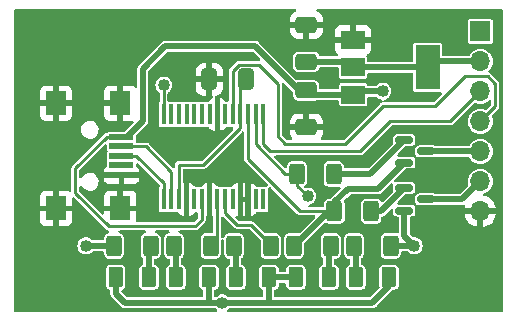
<source format=gtl>
%TF.GenerationSoftware,KiCad,Pcbnew,7.0.7-7.0.7~ubuntu22.04.1*%
%TF.CreationDate,2023-08-24T08:44:54+02:00*%
%TF.ProjectId,esp32-programmer,65737033-322d-4707-926f-6772616d6d65,1*%
%TF.SameCoordinates,Original*%
%TF.FileFunction,Copper,L1,Top*%
%TF.FilePolarity,Positive*%
%FSLAX46Y46*%
G04 Gerber Fmt 4.6, Leading zero omitted, Abs format (unit mm)*
G04 Created by KiCad (PCBNEW 7.0.7-7.0.7~ubuntu22.04.1) date 2023-08-24 08:44:54*
%MOMM*%
%LPD*%
G01*
G04 APERTURE LIST*
G04 Aperture macros list*
%AMRoundRect*
0 Rectangle with rounded corners*
0 $1 Rounding radius*
0 $2 $3 $4 $5 $6 $7 $8 $9 X,Y pos of 4 corners*
0 Add a 4 corners polygon primitive as box body*
4,1,4,$2,$3,$4,$5,$6,$7,$8,$9,$2,$3,0*
0 Add four circle primitives for the rounded corners*
1,1,$1+$1,$2,$3*
1,1,$1+$1,$4,$5*
1,1,$1+$1,$6,$7*
1,1,$1+$1,$8,$9*
0 Add four rect primitives between the rounded corners*
20,1,$1+$1,$2,$3,$4,$5,0*
20,1,$1+$1,$4,$5,$6,$7,0*
20,1,$1+$1,$6,$7,$8,$9,0*
20,1,$1+$1,$8,$9,$2,$3,0*%
G04 Aperture macros list end*
%TA.AperFunction,SMDPad,CuDef*%
%ADD10RoundRect,0.250000X-0.375000X-0.625000X0.375000X-0.625000X0.375000X0.625000X-0.375000X0.625000X0*%
%TD*%
%TA.AperFunction,SMDPad,CuDef*%
%ADD11RoundRect,0.250000X-0.400000X-0.625000X0.400000X-0.625000X0.400000X0.625000X-0.400000X0.625000X0*%
%TD*%
%TA.AperFunction,SMDPad,CuDef*%
%ADD12R,0.450000X1.750000*%
%TD*%
%TA.AperFunction,SMDPad,CuDef*%
%ADD13RoundRect,0.250000X0.400000X0.625000X-0.400000X0.625000X-0.400000X-0.625000X0.400000X-0.625000X0*%
%TD*%
%TA.AperFunction,SMDPad,CuDef*%
%ADD14RoundRect,0.250000X0.412500X0.650000X-0.412500X0.650000X-0.412500X-0.650000X0.412500X-0.650000X0*%
%TD*%
%TA.AperFunction,SMDPad,CuDef*%
%ADD15R,2.000000X0.500000*%
%TD*%
%TA.AperFunction,SMDPad,CuDef*%
%ADD16R,1.700000X2.000000*%
%TD*%
%TA.AperFunction,SMDPad,CuDef*%
%ADD17RoundRect,0.150000X-0.587500X-0.150000X0.587500X-0.150000X0.587500X0.150000X-0.587500X0.150000X0*%
%TD*%
%TA.AperFunction,SMDPad,CuDef*%
%ADD18RoundRect,0.250000X-0.650000X0.412500X-0.650000X-0.412500X0.650000X-0.412500X0.650000X0.412500X0*%
%TD*%
%TA.AperFunction,SMDPad,CuDef*%
%ADD19RoundRect,0.250000X0.375000X0.625000X-0.375000X0.625000X-0.375000X-0.625000X0.375000X-0.625000X0*%
%TD*%
%TA.AperFunction,ComponentPad*%
%ADD20R,1.700000X1.700000*%
%TD*%
%TA.AperFunction,ComponentPad*%
%ADD21O,1.700000X1.700000*%
%TD*%
%TA.AperFunction,SMDPad,CuDef*%
%ADD22RoundRect,0.250000X0.650000X-0.412500X0.650000X0.412500X-0.650000X0.412500X-0.650000X-0.412500X0*%
%TD*%
%TA.AperFunction,SMDPad,CuDef*%
%ADD23R,2.000000X1.500000*%
%TD*%
%TA.AperFunction,SMDPad,CuDef*%
%ADD24R,2.000000X3.800000*%
%TD*%
%TA.AperFunction,ViaPad*%
%ADD25C,1.016000*%
%TD*%
%TA.AperFunction,Conductor*%
%ADD26C,0.250000*%
%TD*%
%TA.AperFunction,Conductor*%
%ADD27C,0.508000*%
%TD*%
%TA.AperFunction,Conductor*%
%ADD28C,0.254000*%
%TD*%
G04 APERTURE END LIST*
D10*
%TO.P,D4,1,K*%
%TO.N,Net-(D4-K)*%
X120901000Y-79311500D03*
%TO.P,D4,2,A*%
%TO.N,+3V3*%
X123701000Y-79311500D03*
%TD*%
D11*
%TO.P,R2,1*%
%TO.N,/DTR*%
X115925000Y-70548500D03*
%TO.P,R2,2*%
%TO.N,Net-(Q1-B)*%
X119025000Y-70548500D03*
%TD*%
D12*
%TO.P,U1,1,TXD*%
%TO.N,/TXD*%
X113075000Y-65507500D03*
%TO.P,U1,2,DTR*%
%TO.N,/DTR*%
X112425000Y-65507500D03*
%TO.P,U1,3,RTS*%
%TO.N,/RTS*%
X111775000Y-65507500D03*
%TO.P,U1,4,VCCIO*%
%TO.N,Net-(U1-3V3OUT)*%
X111125000Y-65507500D03*
%TO.P,U1,5,RXD*%
%TO.N,/RXD*%
X110475000Y-65507500D03*
%TO.P,U1,6,RI*%
%TO.N,unconnected-(U1-RI-Pad6)*%
X109825000Y-65507500D03*
%TO.P,U1,7,GND*%
%TO.N,GND*%
X109175000Y-65507500D03*
%TO.P,U1,8*%
%TO.N,N/C*%
X108525000Y-65507500D03*
%TO.P,U1,9,DCR*%
%TO.N,unconnected-(U1-DCR-Pad9)*%
X107875000Y-65507500D03*
%TO.P,U1,10,DCD*%
%TO.N,unconnected-(U1-DCD-Pad10)*%
X107225000Y-65507500D03*
%TO.P,U1,11,CTS*%
%TO.N,unconnected-(U1-CTS-Pad11)*%
X106575000Y-65507500D03*
%TO.P,U1,12,CBUS4*%
%TO.N,unconnected-(U1-CBUS4-Pad12)*%
X105925000Y-65507500D03*
%TO.P,U1,13,CBUS2*%
%TO.N,unconnected-(U1-CBUS2-Pad13)*%
X105275000Y-65507500D03*
%TO.P,U1,14,CBUS3*%
%TO.N,/PWREN*%
X104625000Y-65507500D03*
%TO.P,U1,15,USBD+*%
%TO.N,Net-(J1-D+)*%
X104625000Y-72707500D03*
%TO.P,U1,16,USBD-*%
%TO.N,Net-(J1-D-)*%
X105275000Y-72707500D03*
%TO.P,U1,17,3V3OUT*%
%TO.N,Net-(U1-3V3OUT)*%
X105925000Y-72707500D03*
%TO.P,U1,18,GND*%
%TO.N,GND*%
X106575000Y-72707500D03*
%TO.P,U1,19,~{RESET}*%
%TO.N,unconnected-(U1-~{RESET}-Pad19)*%
X107225000Y-72707500D03*
%TO.P,U1,20,VCC*%
%TO.N,+5V*%
X107875000Y-72707500D03*
%TO.P,U1,21,GND*%
%TO.N,GND*%
X108525000Y-72707500D03*
%TO.P,U1,22,CBUS1*%
%TO.N,/RXLED*%
X109175000Y-72707500D03*
%TO.P,U1,23,CBUS0*%
%TO.N,/TXLED*%
X109825000Y-72707500D03*
%TO.P,U1,24*%
%TO.N,N/C*%
X110475000Y-72707500D03*
%TO.P,U1,25,AGND*%
%TO.N,GND*%
X111125000Y-72707500D03*
%TO.P,U1,26,TEST*%
X111775000Y-72707500D03*
%TO.P,U1,27,OSCI*%
%TO.N,unconnected-(U1-OSCI-Pad27)*%
X112425000Y-72707500D03*
%TO.P,U1,28,OSCO*%
%TO.N,unconnected-(U1-OSCO-Pad28)*%
X113075000Y-72707500D03*
%TD*%
D10*
%TO.P,D2,1,K*%
%TO.N,Net-(D2-K)*%
X110741000Y-79311500D03*
%TO.P,D2,2,A*%
%TO.N,+3V3*%
X113541000Y-79311500D03*
%TD*%
D13*
%TO.P,R4,1*%
%TO.N,/TXLED*%
X113691000Y-76644500D03*
%TO.P,R4,2*%
%TO.N,Net-(D2-K)*%
X110591000Y-76644500D03*
%TD*%
D11*
%TO.P,R3,1*%
%TO.N,/PWREN*%
X100431000Y-76644500D03*
%TO.P,R3,2*%
%TO.N,Net-(D1-K)*%
X103531000Y-76644500D03*
%TD*%
D14*
%TO.P,C1,1*%
%TO.N,Net-(U1-3V3OUT)*%
X111633000Y-62547500D03*
%TO.P,C1,2*%
%TO.N,GND*%
X108508000Y-62547500D03*
%TD*%
D15*
%TO.P,J1,1,VBUS*%
%TO.N,+5V*%
X101065000Y-67429500D03*
%TO.P,J1,2,D-*%
%TO.N,Net-(J1-D-)*%
X101065000Y-68229500D03*
%TO.P,J1,3,D+*%
%TO.N,Net-(J1-D+)*%
X101065000Y-69029500D03*
%TO.P,J1,4,ID*%
%TO.N,unconnected-(J1-ID-Pad4)*%
X101065000Y-69829500D03*
%TO.P,J1,5,GND*%
%TO.N,GND*%
X101065000Y-70629500D03*
D16*
%TO.P,J1,6,Shield*%
X100965000Y-64579500D03*
X95515000Y-64579500D03*
X100965000Y-73479500D03*
X95515000Y-73479500D03*
%TD*%
D17*
%TO.P,Q2,1,B*%
%TO.N,Net-(Q2-B)*%
X124998000Y-71757500D03*
%TO.P,Q2,2,E*%
%TO.N,/DTR*%
X124998000Y-73657500D03*
%TO.P,Q2,3,C*%
%TO.N,/IO0*%
X126873000Y-72707500D03*
%TD*%
D13*
%TO.P,R1,1*%
%TO.N,Net-(Q2-B)*%
X122200000Y-73723500D03*
%TO.P,R1,2*%
%TO.N,/RTS*%
X119100000Y-73723500D03*
%TD*%
%TO.P,R5,1*%
%TO.N,/RXLED*%
X108611000Y-76644500D03*
%TO.P,R5,2*%
%TO.N,Net-(D3-K)*%
X105511000Y-76644500D03*
%TD*%
D18*
%TO.P,C3,1*%
%TO.N,+5V*%
X116713000Y-63486500D03*
%TO.P,C3,2*%
%TO.N,GND*%
X116713000Y-66611500D03*
%TD*%
D19*
%TO.P,D1,1,K*%
%TO.N,Net-(D1-K)*%
X103378000Y-79311500D03*
%TO.P,D1,2,A*%
%TO.N,+3V3*%
X100578000Y-79311500D03*
%TD*%
%TO.P,D5,1,K*%
%TO.N,Net-(D5-K)*%
X118621000Y-79311500D03*
%TO.P,D5,2,A*%
%TO.N,+3V3*%
X115821000Y-79311500D03*
%TD*%
D11*
%TO.P,R7,1*%
%TO.N,/RTS*%
X115671000Y-76644500D03*
%TO.P,R7,2*%
%TO.N,Net-(D5-K)*%
X118771000Y-76644500D03*
%TD*%
D20*
%TO.P,J2,1,Pin_1*%
%TO.N,+5V*%
X131445000Y-58483500D03*
D21*
%TO.P,J2,2,Pin_2*%
%TO.N,+3V3*%
X131445000Y-61023500D03*
%TO.P,J2,3,Pin_3*%
%TO.N,/TXD*%
X131445000Y-63563500D03*
%TO.P,J2,4,Pin_4*%
%TO.N,/RXD*%
X131445000Y-66103500D03*
%TO.P,J2,5,Pin_5*%
%TO.N,/EN*%
X131445000Y-68643500D03*
%TO.P,J2,6,Pin_6*%
%TO.N,/IO0*%
X131445000Y-71183500D03*
%TO.P,J2,7,Pin_7*%
%TO.N,GND*%
X131445000Y-73723500D03*
%TD*%
D13*
%TO.P,R6,1*%
%TO.N,/DTR*%
X123851000Y-76644500D03*
%TO.P,R6,2*%
%TO.N,Net-(D4-K)*%
X120751000Y-76644500D03*
%TD*%
D17*
%TO.P,Q1,1,B*%
%TO.N,Net-(Q1-B)*%
X124998000Y-67693500D03*
%TO.P,Q1,2,E*%
%TO.N,/RTS*%
X124998000Y-69593500D03*
%TO.P,Q1,3,C*%
%TO.N,/EN*%
X126873000Y-68643500D03*
%TD*%
D22*
%TO.P,C2,1*%
%TO.N,+3V3*%
X116713000Y-61062000D03*
%TO.P,C2,2*%
%TO.N,GND*%
X116713000Y-57937000D03*
%TD*%
D23*
%TO.P,U2,1,GND*%
%TO.N,GND*%
X120675000Y-59231500D03*
%TO.P,U2,2,VO*%
%TO.N,+3V3*%
X120675000Y-61531500D03*
D24*
X126975000Y-61531500D03*
D23*
%TO.P,U2,3,VI*%
%TO.N,+5V*%
X120675000Y-63831500D03*
%TD*%
D10*
%TO.P,D3,1,K*%
%TO.N,Net-(D3-K)*%
X105661000Y-79311500D03*
%TO.P,D3,2,A*%
%TO.N,+3V3*%
X108461000Y-79311500D03*
%TD*%
D25*
%TO.N,GND*%
X106045000Y-61404500D03*
X127381000Y-70612000D03*
X127635000Y-66992500D03*
X119507000Y-66103500D03*
X115189000Y-74612500D03*
X94361000Y-69024500D03*
X106299000Y-67754500D03*
X112903000Y-58102500D03*
X126238000Y-57658000D03*
X128651000Y-78549500D03*
X118618000Y-62420500D03*
%TO.N,+3V3*%
X109601000Y-81470500D03*
%TO.N,+5V*%
X123190000Y-63563500D03*
%TO.N,/DTR*%
X125857000Y-76644500D03*
X116840000Y-72453500D03*
%TO.N,/PWREN*%
X98044000Y-76644500D03*
X104648000Y-63055500D03*
%TD*%
D26*
%TO.N,Net-(U1-3V3OUT)*%
X111125000Y-65507500D02*
X111125000Y-63055500D01*
X105925000Y-72707500D02*
X105925000Y-69793500D01*
X111125000Y-63055500D02*
X111633000Y-62547500D01*
X111125000Y-66632500D02*
X107964000Y-69793500D01*
X111125000Y-65507500D02*
X111125000Y-66632500D01*
X107964000Y-69793500D02*
X105925000Y-69793500D01*
%TO.N,GND*%
X101065000Y-73379500D02*
X100965000Y-73479500D01*
D27*
%TO.N,+3V3*%
X123701000Y-79311500D02*
X123701000Y-80070500D01*
X116713000Y-61062000D02*
X120205500Y-61062000D01*
X126975000Y-61531500D02*
X120675000Y-61531500D01*
X113541000Y-81467500D02*
X113538000Y-81470500D01*
X113541000Y-79311500D02*
X115821000Y-79311500D01*
X108461000Y-81467500D02*
X108458000Y-81470500D01*
X100578000Y-79311500D02*
X100578000Y-80702500D01*
X123701000Y-80070500D02*
X122301000Y-81470500D01*
X108461000Y-79311500D02*
X108461000Y-81467500D01*
X108458000Y-81470500D02*
X113538000Y-81470500D01*
X101346000Y-81470500D02*
X108458000Y-81470500D01*
X127483000Y-61023500D02*
X126975000Y-61531500D01*
X120205500Y-61062000D02*
X120675000Y-61531500D01*
X131445000Y-61023500D02*
X127483000Y-61023500D01*
X122301000Y-81470500D02*
X113538000Y-81470500D01*
X100578000Y-80702500D02*
X101346000Y-81470500D01*
X113541000Y-79311500D02*
X113541000Y-81467500D01*
%TO.N,+5V*%
X102870000Y-61658500D02*
X102870000Y-66103500D01*
D28*
X97155000Y-72173500D02*
X97155000Y-70085500D01*
D27*
X101544000Y-67429500D02*
X101065000Y-67429500D01*
D28*
X99811000Y-67429500D02*
X101065000Y-67429500D01*
D27*
X116713000Y-63486500D02*
X116128000Y-63486500D01*
D28*
X107315000Y-74993500D02*
X99975000Y-74993500D01*
D27*
X104775000Y-59753500D02*
X102870000Y-61658500D01*
X116128000Y-63486500D02*
X112395000Y-59753500D01*
D28*
X99975000Y-74993500D02*
X97155000Y-72173500D01*
D27*
X120943000Y-63563500D02*
X120675000Y-63831500D01*
X123190000Y-63563500D02*
X120943000Y-63563500D01*
D28*
X107875000Y-74433500D02*
X107315000Y-74993500D01*
D27*
X120675000Y-63831500D02*
X117058000Y-63831500D01*
X117058000Y-63831500D02*
X116713000Y-63486500D01*
X112395000Y-59753500D02*
X104775000Y-59753500D01*
D28*
X107875000Y-72707500D02*
X107875000Y-74433500D01*
X97155000Y-70085500D02*
X99811000Y-67429500D01*
D27*
X102870000Y-66103500D02*
X101544000Y-67429500D01*
D26*
%TO.N,Net-(J1-D-)*%
X103141500Y-68229500D02*
X105275000Y-70363000D01*
X105275000Y-70363000D02*
X105275000Y-72707500D01*
X101065000Y-68229500D02*
X103141500Y-68229500D01*
%TO.N,Net-(J1-D+)*%
X102315000Y-69029500D02*
X104625000Y-71339500D01*
X104625000Y-71339500D02*
X104625000Y-72707500D01*
X101065000Y-69029500D02*
X102315000Y-69029500D01*
D28*
%TO.N,/TXD*%
X123825000Y-66103500D02*
X121285000Y-68643500D01*
X121285000Y-68643500D02*
X113672052Y-68643500D01*
X113672052Y-68643500D02*
X113075000Y-68046448D01*
X113075000Y-68046448D02*
X113075000Y-65507500D01*
X131445000Y-63563500D02*
X128905000Y-66103500D01*
X128905000Y-66103500D02*
X123825000Y-66103500D01*
%TO.N,/RXD*%
X120015000Y-68008500D02*
X123190000Y-64833500D01*
X123190000Y-64833500D02*
X127635000Y-64833500D01*
X114300000Y-62928500D02*
X114300000Y-67373500D01*
X132080000Y-62293500D02*
X132715000Y-62928500D01*
X132715000Y-62928500D02*
X132715000Y-64833500D01*
X127635000Y-64833500D02*
X130175000Y-62293500D01*
X114300000Y-67373500D02*
X114935000Y-68008500D01*
X132715000Y-64833500D02*
X131445000Y-66103500D01*
X112692000Y-61320500D02*
X114300000Y-62928500D01*
X110475000Y-61826999D02*
X110981499Y-61320500D01*
X110475000Y-65507500D02*
X110475000Y-61826999D01*
X130175000Y-62293500D02*
X132080000Y-62293500D01*
X110981499Y-61320500D02*
X112692000Y-61320500D01*
X114935000Y-68008500D02*
X120015000Y-68008500D01*
D27*
%TO.N,/EN*%
X126873000Y-68643500D02*
X131445000Y-68643500D01*
%TO.N,/IO0*%
X126873000Y-72707500D02*
X129921000Y-72707500D01*
X129921000Y-72707500D02*
X131445000Y-71183500D01*
%TO.N,Net-(Q1-B)*%
X119025000Y-70548500D02*
X122143000Y-70548500D01*
X122143000Y-70548500D02*
X124998000Y-67693500D01*
%TO.N,/RTS*%
X115697000Y-76644500D02*
X118618000Y-73723500D01*
X119100000Y-73723500D02*
X119100000Y-72965500D01*
D28*
X116205000Y-73723500D02*
X119100000Y-73723500D01*
D27*
X115671000Y-76644500D02*
X115697000Y-76644500D01*
X119100000Y-72965500D02*
X120247000Y-71818500D01*
X122773000Y-71818500D02*
X124998000Y-69593500D01*
X118618000Y-73723500D02*
X119100000Y-73723500D01*
D28*
X111775000Y-65507500D02*
X111775000Y-69293500D01*
X111775000Y-69293500D02*
X116205000Y-73723500D01*
D27*
X120247000Y-71818500D02*
X122773000Y-71818500D01*
%TO.N,Net-(Q2-B)*%
X122200000Y-73723500D02*
X123032000Y-73723500D01*
X123032000Y-73723500D02*
X124998000Y-71757500D01*
%TO.N,/DTR*%
X124998000Y-75785500D02*
X125857000Y-76644500D01*
D28*
X115925000Y-71538500D02*
X116840000Y-72453500D01*
D27*
X124998000Y-73657500D02*
X124998000Y-75785500D01*
X124998000Y-73657500D02*
X125029000Y-73657500D01*
X125349000Y-76644500D02*
X125857000Y-76644500D01*
D28*
X112425000Y-65507500D02*
X112425000Y-68038500D01*
X112425000Y-68038500D02*
X114935000Y-70548500D01*
D27*
X123851000Y-76644500D02*
X125349000Y-76644500D01*
D28*
X115925000Y-70548500D02*
X115925000Y-71538500D01*
X114935000Y-70548500D02*
X115925000Y-70548500D01*
D27*
%TO.N,Net-(D1-K)*%
X103378000Y-76797500D02*
X103531000Y-76644500D01*
X103378000Y-79311500D02*
X103378000Y-76797500D01*
%TO.N,Net-(D2-K)*%
X110741000Y-76794500D02*
X110591000Y-76644500D01*
X110741000Y-79311500D02*
X110741000Y-76794500D01*
%TO.N,Net-(D3-K)*%
X105661000Y-79311500D02*
X105661000Y-76794500D01*
X105661000Y-76794500D02*
X105511000Y-76644500D01*
%TO.N,Net-(D4-K)*%
X120901000Y-79311500D02*
X120901000Y-76794500D01*
X120901000Y-76794500D02*
X120751000Y-76644500D01*
%TO.N,Net-(D5-K)*%
X118621000Y-79311500D02*
X118621000Y-76794500D01*
X118621000Y-76794500D02*
X118771000Y-76644500D01*
D28*
%TO.N,/PWREN*%
X104625000Y-65507500D02*
X104625000Y-63078500D01*
X104625000Y-63078500D02*
X104648000Y-63055500D01*
D27*
X100431000Y-76644500D02*
X98044000Y-76644500D01*
D28*
%TO.N,/TXLED*%
X110855000Y-74866500D02*
X112014000Y-74866500D01*
X109825000Y-72707500D02*
X109825000Y-73836500D01*
X109825000Y-73836500D02*
X110855000Y-74866500D01*
X113691000Y-76543500D02*
X113691000Y-76644500D01*
X112014000Y-74866500D02*
X113691000Y-76543500D01*
%TO.N,/RXLED*%
X109175000Y-76080500D02*
X108611000Y-76644500D01*
X109175000Y-72707500D02*
X109175000Y-76080500D01*
%TD*%
%TA.AperFunction,Conductor*%
%TO.N,GND*%
G36*
X112222671Y-60228002D02*
G01*
X112243645Y-60244905D01*
X112775410Y-60776670D01*
X112809436Y-60838982D01*
X112804371Y-60909797D01*
X112761824Y-60966633D01*
X112697302Y-60991285D01*
X112694432Y-60991536D01*
X112680438Y-60992760D01*
X112674957Y-60993000D01*
X110998543Y-60993000D01*
X110993057Y-60992760D01*
X110965851Y-60990379D01*
X110952517Y-60989213D01*
X110952514Y-60989213D01*
X110913202Y-60999746D01*
X110907837Y-61000935D01*
X110867764Y-61008001D01*
X110862279Y-61009998D01*
X110846208Y-61016654D01*
X110840960Y-61019102D01*
X110807623Y-61042445D01*
X110802987Y-61045398D01*
X110767739Y-61065750D01*
X110767738Y-61065750D01*
X110741574Y-61096929D01*
X110737862Y-61100980D01*
X110255481Y-61583362D01*
X110251429Y-61587075D01*
X110220249Y-61613239D01*
X110220247Y-61613242D01*
X110199896Y-61648490D01*
X110196943Y-61653125D01*
X110173608Y-61686451D01*
X110171142Y-61691740D01*
X110164487Y-61707806D01*
X110162503Y-61713257D01*
X110155434Y-61753344D01*
X110154244Y-61758708D01*
X110143713Y-61798010D01*
X110143713Y-61798015D01*
X110146110Y-61825415D01*
X110147260Y-61838548D01*
X110147500Y-61844042D01*
X110147500Y-64306000D01*
X110127498Y-64374121D01*
X110073842Y-64420614D01*
X110021500Y-64432000D01*
X109937557Y-64432000D01*
X109869436Y-64411998D01*
X109836689Y-64381510D01*
X109757187Y-64275309D01*
X109642089Y-64189147D01*
X109507371Y-64138900D01*
X109447840Y-64132500D01*
X109400000Y-64132500D01*
X109400000Y-64604577D01*
X109399697Y-64610754D01*
X109399500Y-64612754D01*
X109399500Y-66402249D01*
X109399696Y-66404240D01*
X109400000Y-66410421D01*
X109400000Y-66882500D01*
X109447824Y-66882500D01*
X109447840Y-66882499D01*
X109507371Y-66876099D01*
X109642089Y-66825852D01*
X109757187Y-66739690D01*
X109836689Y-66633490D01*
X109893525Y-66590944D01*
X109937557Y-66583000D01*
X110069747Y-66583000D01*
X110069748Y-66583000D01*
X110125421Y-66571926D01*
X110174579Y-66571926D01*
X110230252Y-66583000D01*
X110409984Y-66583000D01*
X110478105Y-66603002D01*
X110524598Y-66656658D01*
X110534702Y-66726932D01*
X110505208Y-66791512D01*
X110499079Y-66798095D01*
X107866079Y-69431095D01*
X107803767Y-69465121D01*
X107776984Y-69468000D01*
X105982394Y-69468000D01*
X105867606Y-69468000D01*
X105853867Y-69473000D01*
X105850781Y-69474123D01*
X105829581Y-69479803D01*
X105811954Y-69482912D01*
X105811948Y-69482914D01*
X105796452Y-69491860D01*
X105776560Y-69501137D01*
X105759740Y-69507260D01*
X105746028Y-69518765D01*
X105728043Y-69531357D01*
X105712545Y-69540305D01*
X105712543Y-69540306D01*
X105701041Y-69554014D01*
X105685519Y-69569536D01*
X105671809Y-69581041D01*
X105671805Y-69581046D01*
X105662858Y-69596542D01*
X105650267Y-69614523D01*
X105638762Y-69628234D01*
X105638757Y-69628243D01*
X105632635Y-69645063D01*
X105623358Y-69664957D01*
X105614411Y-69680455D01*
X105611304Y-69698075D01*
X105605622Y-69719284D01*
X105599500Y-69736105D01*
X105599500Y-69922984D01*
X105579498Y-69991105D01*
X105525842Y-70037598D01*
X105455568Y-70047702D01*
X105390988Y-70018208D01*
X105384405Y-70012079D01*
X103383665Y-68011339D01*
X103379950Y-68007286D01*
X103353954Y-67976305D01*
X103353951Y-67976303D01*
X103318935Y-67956086D01*
X103314300Y-67953133D01*
X103281183Y-67929945D01*
X103275652Y-67927366D01*
X103260296Y-67921005D01*
X103254547Y-67918912D01*
X103230674Y-67914702D01*
X103214734Y-67911891D01*
X103209372Y-67910703D01*
X103170308Y-67900236D01*
X103170305Y-67900236D01*
X103158627Y-67901257D01*
X103130024Y-67903760D01*
X103124540Y-67904000D01*
X102378304Y-67904000D01*
X102310183Y-67883998D01*
X102263690Y-67830342D01*
X102253586Y-67760068D01*
X102254725Y-67753418D01*
X102256130Y-67746349D01*
X102265500Y-67699248D01*
X102265500Y-67402950D01*
X102285502Y-67334829D01*
X102302400Y-67313859D01*
X103170832Y-66445426D01*
X103176084Y-66440733D01*
X103206936Y-66416131D01*
X103240746Y-66366539D01*
X103276369Y-66318273D01*
X103276371Y-66318264D01*
X103280395Y-66310652D01*
X103284116Y-66302927D01*
X103290226Y-66283121D01*
X103301808Y-66245571D01*
X103321620Y-66188951D01*
X103321620Y-66188946D01*
X103323220Y-66180492D01*
X103324500Y-66172006D01*
X103324500Y-66111982D01*
X103324817Y-66103500D01*
X103326743Y-66052038D01*
X103326741Y-66052032D01*
X103325686Y-66042655D01*
X103326537Y-66042559D01*
X103324500Y-66027079D01*
X103324500Y-63055503D01*
X103934296Y-63055503D01*
X103955034Y-63226299D01*
X103990237Y-63319121D01*
X104016046Y-63387175D01*
X104113785Y-63528773D01*
X104215660Y-63619027D01*
X104242571Y-63642868D01*
X104243074Y-63643215D01*
X104243356Y-63643563D01*
X104248275Y-63647921D01*
X104247550Y-63648738D01*
X104287775Y-63698372D01*
X104297500Y-63746912D01*
X104297500Y-64393704D01*
X104277498Y-64461825D01*
X104260599Y-64482796D01*
X104255449Y-64487946D01*
X104211133Y-64554268D01*
X104211132Y-64554271D01*
X104199500Y-64612749D01*
X104199500Y-66402250D01*
X104208935Y-66449684D01*
X104211133Y-66460731D01*
X104255448Y-66527052D01*
X104321769Y-66571367D01*
X104380252Y-66583000D01*
X104380253Y-66583000D01*
X104869747Y-66583000D01*
X104869748Y-66583000D01*
X104925421Y-66571926D01*
X104974579Y-66571926D01*
X105030252Y-66583000D01*
X105030253Y-66583000D01*
X105519747Y-66583000D01*
X105519748Y-66583000D01*
X105575421Y-66571926D01*
X105624579Y-66571926D01*
X105680252Y-66583000D01*
X105680253Y-66583000D01*
X106169747Y-66583000D01*
X106169748Y-66583000D01*
X106225421Y-66571926D01*
X106274579Y-66571926D01*
X106330252Y-66583000D01*
X106330253Y-66583000D01*
X106819747Y-66583000D01*
X106819748Y-66583000D01*
X106875421Y-66571926D01*
X106924579Y-66571926D01*
X106980252Y-66583000D01*
X106980253Y-66583000D01*
X107469747Y-66583000D01*
X107469748Y-66583000D01*
X107525421Y-66571926D01*
X107574579Y-66571926D01*
X107630252Y-66583000D01*
X107630253Y-66583000D01*
X108119747Y-66583000D01*
X108119748Y-66583000D01*
X108175421Y-66571926D01*
X108224579Y-66571926D01*
X108280252Y-66583000D01*
X108280253Y-66583000D01*
X108412443Y-66583000D01*
X108480564Y-66603002D01*
X108513311Y-66633490D01*
X108592812Y-66739690D01*
X108707910Y-66825852D01*
X108842628Y-66876099D01*
X108902159Y-66882499D01*
X108902176Y-66882500D01*
X108950000Y-66882500D01*
X108950000Y-66410421D01*
X108950304Y-66404240D01*
X108950500Y-66402249D01*
X108950500Y-64612754D01*
X108950303Y-64610754D01*
X108950000Y-64604577D01*
X108950000Y-64114591D01*
X108937515Y-64091728D01*
X108942580Y-64020913D01*
X108985127Y-63964077D01*
X109047832Y-63939597D01*
X109073191Y-63937006D01*
X109239622Y-63881857D01*
X109388844Y-63789816D01*
X109388850Y-63789811D01*
X109512811Y-63665850D01*
X109512816Y-63665844D01*
X109604857Y-63516622D01*
X109660006Y-63350191D01*
X109670499Y-63247487D01*
X109670500Y-63247487D01*
X109670500Y-62797500D01*
X108758000Y-62797500D01*
X108758000Y-63947500D01*
X108781759Y-63971259D01*
X108815785Y-64033571D01*
X108810720Y-64104386D01*
X108768173Y-64161222D01*
X108736700Y-64178408D01*
X108707914Y-64189145D01*
X108707911Y-64189146D01*
X108592812Y-64275309D01*
X108513311Y-64381510D01*
X108456475Y-64424056D01*
X108412443Y-64432000D01*
X108280246Y-64432000D01*
X108224580Y-64443073D01*
X108175418Y-64443073D01*
X108119753Y-64432000D01*
X108119748Y-64432000D01*
X107630252Y-64432000D01*
X107630246Y-64432000D01*
X107574581Y-64443073D01*
X107525419Y-64443073D01*
X107469753Y-64432000D01*
X107469748Y-64432000D01*
X106980252Y-64432000D01*
X106980246Y-64432000D01*
X106924581Y-64443073D01*
X106875419Y-64443073D01*
X106819753Y-64432000D01*
X106819748Y-64432000D01*
X106330252Y-64432000D01*
X106330246Y-64432000D01*
X106274581Y-64443073D01*
X106225419Y-64443073D01*
X106169753Y-64432000D01*
X106169748Y-64432000D01*
X105680252Y-64432000D01*
X105680246Y-64432000D01*
X105624580Y-64443073D01*
X105575418Y-64443073D01*
X105519753Y-64432000D01*
X105519748Y-64432000D01*
X105078500Y-64432000D01*
X105010379Y-64411998D01*
X104963886Y-64358342D01*
X104952500Y-64306000D01*
X104952500Y-63772009D01*
X104972502Y-63703888D01*
X105019946Y-63660441D01*
X105030591Y-63654853D01*
X105053430Y-63642867D01*
X105182215Y-63528773D01*
X105279954Y-63387175D01*
X105340965Y-63226301D01*
X105355208Y-63109000D01*
X105361704Y-63055503D01*
X105361704Y-63055496D01*
X105340965Y-62884700D01*
X105331675Y-62860202D01*
X105307895Y-62797500D01*
X107345501Y-62797500D01*
X107345501Y-63247478D01*
X107355993Y-63350191D01*
X107411142Y-63516622D01*
X107503183Y-63665844D01*
X107503188Y-63665850D01*
X107627149Y-63789811D01*
X107627155Y-63789816D01*
X107776377Y-63881857D01*
X107942808Y-63937006D01*
X108045512Y-63947499D01*
X108258000Y-63947499D01*
X108258000Y-62797500D01*
X107345501Y-62797500D01*
X105307895Y-62797500D01*
X105279954Y-62723825D01*
X105182215Y-62582227D01*
X105053430Y-62468133D01*
X105053429Y-62468132D01*
X105053426Y-62468130D01*
X104901087Y-62388177D01*
X104901079Y-62388173D01*
X104734031Y-62347000D01*
X104734028Y-62347000D01*
X104561972Y-62347000D01*
X104561968Y-62347000D01*
X104394920Y-62388173D01*
X104394912Y-62388177D01*
X104242573Y-62468130D01*
X104242568Y-62468134D01*
X104113785Y-62582227D01*
X104016045Y-62723826D01*
X103955034Y-62884700D01*
X103934296Y-63055496D01*
X103934296Y-63055503D01*
X103324500Y-63055503D01*
X103324500Y-62297500D01*
X107345500Y-62297500D01*
X108258000Y-62297500D01*
X108258000Y-61147500D01*
X108758000Y-61147500D01*
X108758000Y-62297500D01*
X109670499Y-62297500D01*
X109670498Y-61847521D01*
X109660006Y-61744808D01*
X109604857Y-61578377D01*
X109512816Y-61429155D01*
X109512811Y-61429149D01*
X109388850Y-61305188D01*
X109388844Y-61305183D01*
X109239622Y-61213142D01*
X109073191Y-61157993D01*
X108970487Y-61147500D01*
X108758000Y-61147500D01*
X108258000Y-61147500D01*
X108045521Y-61147500D01*
X107942808Y-61157993D01*
X107776377Y-61213142D01*
X107627155Y-61305183D01*
X107627149Y-61305188D01*
X107503188Y-61429149D01*
X107503183Y-61429155D01*
X107411142Y-61578377D01*
X107355993Y-61744808D01*
X107345500Y-61847512D01*
X107345500Y-62297500D01*
X103324500Y-62297500D01*
X103324500Y-61898949D01*
X103344502Y-61830828D01*
X103361405Y-61809854D01*
X104926355Y-60244905D01*
X104988667Y-60210879D01*
X105015450Y-60208000D01*
X112154550Y-60208000D01*
X112222671Y-60228002D01*
G37*
%TD.AperFunction*%
%TA.AperFunction,Conductor*%
G36*
X114843829Y-62845089D02*
G01*
X115575595Y-63576855D01*
X115609621Y-63639167D01*
X115612500Y-63665950D01*
X115612500Y-63953266D01*
X115615354Y-63983700D01*
X115615355Y-63983704D01*
X115660206Y-64111881D01*
X115660208Y-64111885D01*
X115740849Y-64221150D01*
X115850114Y-64301791D01*
X115850118Y-64301793D01*
X115978301Y-64346646D01*
X116008734Y-64349500D01*
X116008736Y-64349500D01*
X117417264Y-64349500D01*
X117417266Y-64349500D01*
X117447699Y-64346646D01*
X117575882Y-64301793D01*
X117575884Y-64301791D01*
X117578140Y-64300600D01*
X117582097Y-64299618D01*
X117584794Y-64298675D01*
X117584882Y-64298927D01*
X117637013Y-64286000D01*
X119348500Y-64286000D01*
X119416621Y-64306002D01*
X119463114Y-64359658D01*
X119474500Y-64412000D01*
X119474500Y-64601250D01*
X119478047Y-64619083D01*
X119486133Y-64659731D01*
X119530448Y-64726052D01*
X119596769Y-64770367D01*
X119655252Y-64782000D01*
X119655253Y-64782000D01*
X121694747Y-64782000D01*
X121694748Y-64782000D01*
X121753231Y-64770367D01*
X121819552Y-64726052D01*
X121863867Y-64659731D01*
X121875500Y-64601248D01*
X121875500Y-64144000D01*
X121895502Y-64075879D01*
X121949158Y-64029386D01*
X122001500Y-64018000D01*
X122586810Y-64018000D01*
X122654931Y-64038002D01*
X122670356Y-64049682D01*
X122784570Y-64150867D01*
X122784571Y-64150867D01*
X122784573Y-64150869D01*
X122857504Y-64189146D01*
X122936917Y-64230825D01*
X123101963Y-64271505D01*
X123163317Y-64307227D01*
X123195618Y-64370450D01*
X123188611Y-64441100D01*
X123144521Y-64496746D01*
X123093697Y-64517927D01*
X123076262Y-64521002D01*
X123070807Y-64522987D01*
X123054741Y-64529642D01*
X123049452Y-64532108D01*
X123016126Y-64555443D01*
X123011491Y-64558396D01*
X122976243Y-64578747D01*
X122976238Y-64578751D01*
X122950071Y-64609935D01*
X122946358Y-64613987D01*
X119916251Y-67644095D01*
X119853939Y-67678120D01*
X119827156Y-67681000D01*
X118064711Y-67681000D01*
X117996590Y-67660998D01*
X117950097Y-67607342D01*
X117939993Y-67537068D01*
X117957470Y-67488853D01*
X118047357Y-67343122D01*
X118102506Y-67176691D01*
X118112999Y-67073987D01*
X118113000Y-67073987D01*
X118113000Y-66861500D01*
X115313001Y-66861500D01*
X115313001Y-67073978D01*
X115323493Y-67176691D01*
X115378642Y-67343122D01*
X115468530Y-67488853D01*
X115487267Y-67557333D01*
X115466008Y-67625071D01*
X115411500Y-67670563D01*
X115361289Y-67681000D01*
X115122845Y-67681000D01*
X115054724Y-67660998D01*
X115033750Y-67644095D01*
X114664405Y-67274750D01*
X114630379Y-67212438D01*
X114627500Y-67185655D01*
X114627500Y-66361500D01*
X115313000Y-66361500D01*
X116463000Y-66361500D01*
X116463000Y-65449000D01*
X116963000Y-65449000D01*
X116963000Y-66361500D01*
X118112999Y-66361500D01*
X118112999Y-66149021D01*
X118102506Y-66046308D01*
X118047357Y-65879877D01*
X117955316Y-65730655D01*
X117955311Y-65730649D01*
X117831350Y-65606688D01*
X117831344Y-65606683D01*
X117682122Y-65514642D01*
X117515691Y-65459493D01*
X117412987Y-65449000D01*
X116963000Y-65449000D01*
X116463000Y-65449000D01*
X116013021Y-65449000D01*
X115910308Y-65459493D01*
X115743877Y-65514642D01*
X115594655Y-65606683D01*
X115594649Y-65606688D01*
X115470688Y-65730649D01*
X115470683Y-65730655D01*
X115378642Y-65879877D01*
X115323493Y-66046308D01*
X115313000Y-66149012D01*
X115313000Y-66361500D01*
X114627500Y-66361500D01*
X114627500Y-62945547D01*
X114627740Y-62940056D01*
X114629213Y-62923207D01*
X114655074Y-62857088D01*
X114712576Y-62815446D01*
X114783463Y-62811503D01*
X114843829Y-62845089D01*
G37*
%TD.AperFunction*%
%TA.AperFunction,Conductor*%
G36*
X115819256Y-56599002D02*
G01*
X115865749Y-56652658D01*
X115875853Y-56722932D01*
X115846359Y-56787512D01*
X115790768Y-56824605D01*
X115743877Y-56840142D01*
X115594655Y-56932183D01*
X115594649Y-56932188D01*
X115470688Y-57056149D01*
X115470683Y-57056155D01*
X115378642Y-57205377D01*
X115323493Y-57371808D01*
X115313000Y-57474512D01*
X115313000Y-57687000D01*
X118112999Y-57687000D01*
X118112999Y-57474521D01*
X118102506Y-57371808D01*
X118047357Y-57205377D01*
X117955316Y-57056155D01*
X117955311Y-57056149D01*
X117831350Y-56932188D01*
X117831344Y-56932183D01*
X117682122Y-56840142D01*
X117635232Y-56824605D01*
X117576861Y-56784191D01*
X117549605Y-56718634D01*
X117562118Y-56648749D01*
X117610428Y-56596723D01*
X117674865Y-56579000D01*
X133223500Y-56579000D01*
X133291621Y-56599002D01*
X133338114Y-56652658D01*
X133349500Y-56705000D01*
X133349500Y-82106000D01*
X133329498Y-82174121D01*
X133275842Y-82220614D01*
X133223500Y-82232000D01*
X110142109Y-82232000D01*
X110073988Y-82211998D01*
X110027495Y-82158342D01*
X110017391Y-82088068D01*
X110046885Y-82023488D01*
X110058555Y-82011688D01*
X110120638Y-81956686D01*
X110184888Y-81926487D01*
X110204190Y-81925000D01*
X113469495Y-81925000D01*
X113492967Y-81925000D01*
X113497676Y-81925176D01*
X113506647Y-81925847D01*
X113506652Y-81925849D01*
X113506656Y-81925848D01*
X113512924Y-81926318D01*
X113526401Y-81926569D01*
X113555186Y-81929813D01*
X113567927Y-81927402D01*
X113569012Y-81927197D01*
X113592438Y-81925000D01*
X122271927Y-81925000D01*
X122278981Y-81925395D01*
X122318186Y-81929813D01*
X122377148Y-81918656D01*
X122436479Y-81909714D01*
X122436486Y-81909710D01*
X122444705Y-81907176D01*
X122452803Y-81904342D01*
X122452803Y-81904341D01*
X122452807Y-81904341D01*
X122490128Y-81884616D01*
X122505859Y-81876302D01*
X122523431Y-81867839D01*
X122559921Y-81850267D01*
X122559925Y-81850263D01*
X122567025Y-81845422D01*
X122573931Y-81840324D01*
X122573940Y-81840320D01*
X122616370Y-81797889D01*
X122660356Y-81757077D01*
X122660358Y-81757074D01*
X122666248Y-81749689D01*
X122666920Y-81750225D01*
X122676417Y-81737841D01*
X123990357Y-80423902D01*
X124052667Y-80389879D01*
X124079450Y-80387000D01*
X124130264Y-80387000D01*
X124130266Y-80387000D01*
X124160699Y-80384146D01*
X124288882Y-80339293D01*
X124398150Y-80258650D01*
X124450917Y-80187153D01*
X124478791Y-80149385D01*
X124478793Y-80149381D01*
X124490387Y-80116249D01*
X124523646Y-80021199D01*
X124526500Y-79990766D01*
X124526500Y-78632234D01*
X124523646Y-78601801D01*
X124478793Y-78473618D01*
X124478791Y-78473614D01*
X124398150Y-78364349D01*
X124288885Y-78283708D01*
X124288881Y-78283706D01*
X124160704Y-78238855D01*
X124160700Y-78238854D01*
X124130266Y-78236000D01*
X123271734Y-78236000D01*
X123271733Y-78236000D01*
X123241299Y-78238854D01*
X123241295Y-78238855D01*
X123113118Y-78283706D01*
X123113114Y-78283708D01*
X123003849Y-78364349D01*
X122923208Y-78473614D01*
X122923206Y-78473618D01*
X122878355Y-78601795D01*
X122878354Y-78601799D01*
X122875500Y-78632233D01*
X122875500Y-79990766D01*
X122878354Y-80021200D01*
X122878355Y-80021203D01*
X122911613Y-80116249D01*
X122915233Y-80187153D01*
X122881779Y-80246959D01*
X122149642Y-80979096D01*
X122087332Y-81013120D01*
X122060549Y-81016000D01*
X114121500Y-81016000D01*
X114053379Y-80995998D01*
X114006886Y-80942342D01*
X113995500Y-80890000D01*
X113995500Y-80475367D01*
X114015502Y-80407246D01*
X114069158Y-80360753D01*
X114079885Y-80356438D01*
X114101392Y-80348911D01*
X114128882Y-80339293D01*
X114238150Y-80258650D01*
X114290917Y-80187153D01*
X114318791Y-80149385D01*
X114318793Y-80149381D01*
X114330387Y-80116249D01*
X114363646Y-80021199D01*
X114366500Y-79990766D01*
X114366500Y-79891999D01*
X114386502Y-79823879D01*
X114440158Y-79777386D01*
X114492500Y-79766000D01*
X114869500Y-79766000D01*
X114937621Y-79786002D01*
X114984114Y-79839658D01*
X114995500Y-79892000D01*
X114995500Y-79990766D01*
X114998354Y-80021200D01*
X114998355Y-80021204D01*
X115043206Y-80149381D01*
X115043208Y-80149385D01*
X115123849Y-80258650D01*
X115233114Y-80339291D01*
X115233118Y-80339293D01*
X115361301Y-80384146D01*
X115391734Y-80387000D01*
X115391736Y-80387000D01*
X116250264Y-80387000D01*
X116250266Y-80387000D01*
X116280699Y-80384146D01*
X116408882Y-80339293D01*
X116518150Y-80258650D01*
X116570917Y-80187153D01*
X116598791Y-80149385D01*
X116598793Y-80149381D01*
X116610387Y-80116249D01*
X116643646Y-80021199D01*
X116646500Y-79990766D01*
X117795500Y-79990766D01*
X117798354Y-80021200D01*
X117798355Y-80021204D01*
X117843206Y-80149381D01*
X117843208Y-80149385D01*
X117923849Y-80258650D01*
X118033114Y-80339291D01*
X118033118Y-80339293D01*
X118161301Y-80384146D01*
X118191734Y-80387000D01*
X118191736Y-80387000D01*
X119050264Y-80387000D01*
X119050266Y-80387000D01*
X119080699Y-80384146D01*
X119208882Y-80339293D01*
X119318150Y-80258650D01*
X119370917Y-80187153D01*
X119398791Y-80149385D01*
X119398793Y-80149381D01*
X119410387Y-80116249D01*
X119443646Y-80021199D01*
X119446500Y-79990766D01*
X119446500Y-78632234D01*
X119443646Y-78601801D01*
X119398793Y-78473618D01*
X119398791Y-78473614D01*
X119318150Y-78364349D01*
X119208885Y-78283708D01*
X119159883Y-78266561D01*
X119102192Y-78225182D01*
X119076030Y-78159181D01*
X119075500Y-78147632D01*
X119075500Y-77846000D01*
X119095502Y-77777879D01*
X119149158Y-77731386D01*
X119201500Y-77720000D01*
X119225264Y-77720000D01*
X119225266Y-77720000D01*
X119255699Y-77717146D01*
X119383882Y-77672293D01*
X119493150Y-77591650D01*
X119573793Y-77482382D01*
X119618646Y-77354199D01*
X119621500Y-77323766D01*
X119900500Y-77323766D01*
X119903354Y-77354200D01*
X119903355Y-77354204D01*
X119948206Y-77482381D01*
X119948208Y-77482385D01*
X120028849Y-77591650D01*
X120138114Y-77672291D01*
X120138118Y-77672293D01*
X120266301Y-77717146D01*
X120296734Y-77720000D01*
X120320500Y-77720000D01*
X120388621Y-77740002D01*
X120435114Y-77793658D01*
X120446500Y-77846000D01*
X120446499Y-78147633D01*
X120426497Y-78215754D01*
X120372841Y-78262247D01*
X120362114Y-78266562D01*
X120313118Y-78283706D01*
X120313114Y-78283708D01*
X120203849Y-78364349D01*
X120123208Y-78473614D01*
X120123206Y-78473618D01*
X120078355Y-78601795D01*
X120078354Y-78601799D01*
X120075500Y-78632233D01*
X120075500Y-79990766D01*
X120078354Y-80021200D01*
X120078355Y-80021204D01*
X120123206Y-80149381D01*
X120123208Y-80149385D01*
X120203849Y-80258650D01*
X120313114Y-80339291D01*
X120313118Y-80339293D01*
X120441301Y-80384146D01*
X120471734Y-80387000D01*
X120471736Y-80387000D01*
X121330264Y-80387000D01*
X121330266Y-80387000D01*
X121360699Y-80384146D01*
X121488882Y-80339293D01*
X121598150Y-80258650D01*
X121650917Y-80187153D01*
X121678791Y-80149385D01*
X121678793Y-80149381D01*
X121690387Y-80116249D01*
X121723646Y-80021199D01*
X121726500Y-79990766D01*
X121726500Y-78632234D01*
X121723646Y-78601801D01*
X121678793Y-78473618D01*
X121678791Y-78473614D01*
X121598150Y-78364349D01*
X121488885Y-78283708D01*
X121439883Y-78266561D01*
X121382192Y-78225182D01*
X121356030Y-78159181D01*
X121355500Y-78147632D01*
X121355500Y-77742087D01*
X121375502Y-77673966D01*
X121406677Y-77640708D01*
X121473150Y-77591650D01*
X121473150Y-77591648D01*
X121473152Y-77591648D01*
X121553791Y-77482385D01*
X121553793Y-77482381D01*
X121598644Y-77354204D01*
X121598646Y-77354199D01*
X121601500Y-77323766D01*
X121601500Y-75965234D01*
X121598646Y-75934801D01*
X121553793Y-75806618D01*
X121553791Y-75806614D01*
X121473150Y-75697349D01*
X121363885Y-75616708D01*
X121363881Y-75616706D01*
X121235704Y-75571855D01*
X121235700Y-75571854D01*
X121205266Y-75569000D01*
X120296734Y-75569000D01*
X120296733Y-75569000D01*
X120266299Y-75571854D01*
X120266295Y-75571855D01*
X120138118Y-75616706D01*
X120138114Y-75616708D01*
X120028849Y-75697349D01*
X119948208Y-75806614D01*
X119948206Y-75806618D01*
X119903355Y-75934795D01*
X119903354Y-75934799D01*
X119900500Y-75965233D01*
X119900500Y-77323766D01*
X119621500Y-77323766D01*
X119621500Y-75965234D01*
X119618646Y-75934801D01*
X119573793Y-75806618D01*
X119573791Y-75806614D01*
X119493150Y-75697349D01*
X119383885Y-75616708D01*
X119383881Y-75616706D01*
X119255704Y-75571855D01*
X119255700Y-75571854D01*
X119225266Y-75569000D01*
X118316734Y-75569000D01*
X118316733Y-75569000D01*
X118286299Y-75571854D01*
X118286295Y-75571855D01*
X118158118Y-75616706D01*
X118158114Y-75616708D01*
X118048849Y-75697349D01*
X117968208Y-75806614D01*
X117968206Y-75806618D01*
X117923355Y-75934795D01*
X117923354Y-75934799D01*
X117920500Y-75965233D01*
X117920500Y-77323766D01*
X117923354Y-77354200D01*
X117923355Y-77354204D01*
X117968206Y-77482381D01*
X117968208Y-77482385D01*
X118048847Y-77591648D01*
X118048850Y-77591650D01*
X118115321Y-77640708D01*
X118158253Y-77697252D01*
X118166500Y-77742087D01*
X118166500Y-78147632D01*
X118146498Y-78215753D01*
X118092842Y-78262246D01*
X118082117Y-78266561D01*
X118033115Y-78283708D01*
X118033114Y-78283708D01*
X117923849Y-78364349D01*
X117843208Y-78473614D01*
X117843206Y-78473618D01*
X117798355Y-78601795D01*
X117798354Y-78601799D01*
X117795500Y-78632233D01*
X117795500Y-79990766D01*
X116646500Y-79990766D01*
X116646500Y-78632234D01*
X116643646Y-78601801D01*
X116598793Y-78473618D01*
X116598791Y-78473614D01*
X116518150Y-78364349D01*
X116408885Y-78283708D01*
X116408881Y-78283706D01*
X116280704Y-78238855D01*
X116280700Y-78238854D01*
X116250266Y-78236000D01*
X115391734Y-78236000D01*
X115391733Y-78236000D01*
X115361299Y-78238854D01*
X115361295Y-78238855D01*
X115233118Y-78283706D01*
X115233114Y-78283708D01*
X115123849Y-78364349D01*
X115043208Y-78473614D01*
X115043206Y-78473618D01*
X114998355Y-78601795D01*
X114998354Y-78601799D01*
X114995500Y-78632233D01*
X114995500Y-78731000D01*
X114975498Y-78799121D01*
X114921842Y-78845614D01*
X114869500Y-78857000D01*
X114492500Y-78857000D01*
X114424379Y-78836998D01*
X114377886Y-78783342D01*
X114366500Y-78731000D01*
X114366500Y-78632235D01*
X114366500Y-78632234D01*
X114363646Y-78601801D01*
X114318793Y-78473618D01*
X114318791Y-78473614D01*
X114238150Y-78364349D01*
X114128885Y-78283708D01*
X114128881Y-78283706D01*
X114000704Y-78238855D01*
X114000700Y-78238854D01*
X113970266Y-78236000D01*
X113111734Y-78236000D01*
X113111733Y-78236000D01*
X113081299Y-78238854D01*
X113081295Y-78238855D01*
X112953118Y-78283706D01*
X112953114Y-78283708D01*
X112843849Y-78364349D01*
X112763208Y-78473614D01*
X112763206Y-78473618D01*
X112718355Y-78601795D01*
X112718354Y-78601799D01*
X112715500Y-78632233D01*
X112715500Y-79990766D01*
X112718354Y-80021200D01*
X112718355Y-80021204D01*
X112763206Y-80149381D01*
X112763208Y-80149385D01*
X112843849Y-80258650D01*
X112953114Y-80339291D01*
X112953118Y-80339293D01*
X113002115Y-80356438D01*
X113059807Y-80397816D01*
X113085969Y-80463816D01*
X113086500Y-80475367D01*
X113086500Y-80890000D01*
X113066498Y-80958121D01*
X113012842Y-81004614D01*
X112960500Y-81016000D01*
X110204190Y-81016000D01*
X110136069Y-80995998D01*
X110120643Y-80984317D01*
X110006430Y-80883133D01*
X110006429Y-80883132D01*
X110006426Y-80883130D01*
X109854087Y-80803177D01*
X109854079Y-80803173D01*
X109687031Y-80762000D01*
X109687028Y-80762000D01*
X109514972Y-80762000D01*
X109514968Y-80762000D01*
X109347920Y-80803173D01*
X109347912Y-80803177D01*
X109195573Y-80883130D01*
X109195568Y-80883134D01*
X109125052Y-80945606D01*
X109060799Y-80975806D01*
X108990418Y-80966474D01*
X108936255Y-80920573D01*
X108915507Y-80852676D01*
X108915500Y-80851465D01*
X108915500Y-80475367D01*
X108935502Y-80407246D01*
X108989158Y-80360753D01*
X108999885Y-80356438D01*
X109021392Y-80348911D01*
X109048882Y-80339293D01*
X109158150Y-80258650D01*
X109210917Y-80187153D01*
X109238791Y-80149385D01*
X109238793Y-80149381D01*
X109250387Y-80116249D01*
X109283646Y-80021199D01*
X109286500Y-79990766D01*
X109286500Y-78632234D01*
X109283646Y-78601801D01*
X109238793Y-78473618D01*
X109238791Y-78473614D01*
X109158150Y-78364349D01*
X109048885Y-78283708D01*
X109048881Y-78283706D01*
X108920704Y-78238855D01*
X108920700Y-78238854D01*
X108890266Y-78236000D01*
X108031734Y-78236000D01*
X108031733Y-78236000D01*
X108001299Y-78238854D01*
X108001295Y-78238855D01*
X107873118Y-78283706D01*
X107873114Y-78283708D01*
X107763849Y-78364349D01*
X107683208Y-78473614D01*
X107683206Y-78473618D01*
X107638355Y-78601795D01*
X107638354Y-78601799D01*
X107635500Y-78632233D01*
X107635500Y-79990766D01*
X107638354Y-80021200D01*
X107638355Y-80021204D01*
X107683206Y-80149381D01*
X107683208Y-80149385D01*
X107763849Y-80258650D01*
X107873114Y-80339291D01*
X107873118Y-80339293D01*
X107922115Y-80356438D01*
X107979807Y-80397816D01*
X108005969Y-80463816D01*
X108006500Y-80475367D01*
X108006500Y-80890000D01*
X107986498Y-80958121D01*
X107932842Y-81004614D01*
X107880500Y-81016000D01*
X101586451Y-81016000D01*
X101518330Y-80995998D01*
X101497355Y-80979095D01*
X101079270Y-80561009D01*
X101045245Y-80498697D01*
X101050310Y-80427881D01*
X101092857Y-80371046D01*
X101126748Y-80352986D01*
X101165882Y-80339293D01*
X101165882Y-80339292D01*
X101165884Y-80339292D01*
X101165885Y-80339291D01*
X101275150Y-80258650D01*
X101355791Y-80149385D01*
X101355793Y-80149381D01*
X101367387Y-80116249D01*
X101400646Y-80021199D01*
X101403500Y-79990766D01*
X101403500Y-78632234D01*
X101400646Y-78601801D01*
X101355793Y-78473618D01*
X101355791Y-78473614D01*
X101275150Y-78364349D01*
X101165885Y-78283708D01*
X101165881Y-78283706D01*
X101037704Y-78238855D01*
X101037700Y-78238854D01*
X101007266Y-78236000D01*
X100148734Y-78236000D01*
X100148733Y-78236000D01*
X100118299Y-78238854D01*
X100118295Y-78238855D01*
X99990118Y-78283706D01*
X99990114Y-78283708D01*
X99880849Y-78364349D01*
X99800208Y-78473614D01*
X99800206Y-78473618D01*
X99755355Y-78601795D01*
X99755354Y-78601799D01*
X99752500Y-78632233D01*
X99752500Y-79990766D01*
X99755354Y-80021200D01*
X99755355Y-80021204D01*
X99800206Y-80149381D01*
X99800208Y-80149385D01*
X99880849Y-80258650D01*
X99990114Y-80339291D01*
X99990118Y-80339293D01*
X100039115Y-80356438D01*
X100096807Y-80397816D01*
X100122969Y-80463816D01*
X100123500Y-80475367D01*
X100123500Y-80673425D01*
X100123104Y-80680484D01*
X100118687Y-80719686D01*
X100118687Y-80719688D01*
X100129843Y-80778648D01*
X100138787Y-80837984D01*
X100141315Y-80846180D01*
X100144159Y-80854307D01*
X100172197Y-80907358D01*
X100198233Y-80961421D01*
X100198235Y-80961423D01*
X100203077Y-80968525D01*
X100208184Y-80975445D01*
X100229967Y-80997227D01*
X100250609Y-81017869D01*
X100291423Y-81061856D01*
X100291425Y-81061857D01*
X100298805Y-81067743D01*
X100298270Y-81068413D01*
X100310662Y-81077922D01*
X101004064Y-81771324D01*
X101008767Y-81776586D01*
X101033366Y-81807433D01*
X101033367Y-81807434D01*
X101033369Y-81807436D01*
X101066429Y-81829976D01*
X101082961Y-81841247D01*
X101095183Y-81850267D01*
X101131227Y-81876869D01*
X101131228Y-81876869D01*
X101131229Y-81876870D01*
X101138842Y-81880894D01*
X101146569Y-81884615D01*
X101203914Y-81902303D01*
X101224769Y-81909600D01*
X101260549Y-81922121D01*
X101260557Y-81922121D01*
X101269002Y-81923719D01*
X101277494Y-81925000D01*
X101337491Y-81925000D01*
X101397463Y-81927244D01*
X101397463Y-81927243D01*
X101397464Y-81927244D01*
X101406848Y-81926187D01*
X101406943Y-81927038D01*
X101422427Y-81925000D01*
X108389495Y-81925000D01*
X108412967Y-81925000D01*
X108417676Y-81925176D01*
X108426647Y-81925847D01*
X108426652Y-81925849D01*
X108426656Y-81925848D01*
X108432924Y-81926318D01*
X108446401Y-81926569D01*
X108475186Y-81929813D01*
X108487927Y-81927402D01*
X108489012Y-81927197D01*
X108512438Y-81925000D01*
X108997810Y-81925000D01*
X109065931Y-81945002D01*
X109081356Y-81956682D01*
X109143445Y-82011688D01*
X109181170Y-82071833D01*
X109180390Y-82142825D01*
X109141352Y-82202126D01*
X109076450Y-82230907D01*
X109059891Y-82232000D01*
X92074500Y-82232000D01*
X92006379Y-82211998D01*
X91959886Y-82158342D01*
X91948500Y-82106000D01*
X91948500Y-81649598D01*
X91952184Y-77354204D01*
X91955293Y-73729500D01*
X94165000Y-73729500D01*
X94165000Y-74527340D01*
X94171400Y-74586871D01*
X94221647Y-74721589D01*
X94307810Y-74836689D01*
X94422910Y-74922852D01*
X94557628Y-74973099D01*
X94617159Y-74979499D01*
X94617176Y-74979500D01*
X95265000Y-74979500D01*
X95265000Y-73729500D01*
X95765000Y-73729500D01*
X95765000Y-74979500D01*
X96412824Y-74979500D01*
X96412840Y-74979499D01*
X96472371Y-74973099D01*
X96607089Y-74922852D01*
X96722189Y-74836689D01*
X96808352Y-74721589D01*
X96858599Y-74586871D01*
X96864999Y-74527340D01*
X96865000Y-74527323D01*
X96865000Y-73729500D01*
X95765000Y-73729500D01*
X95265000Y-73729500D01*
X94165000Y-73729500D01*
X91955293Y-73729500D01*
X91955722Y-73229500D01*
X94165000Y-73229500D01*
X95265000Y-73229500D01*
X95765000Y-73229500D01*
X96865000Y-73229500D01*
X96865000Y-72650844D01*
X96885002Y-72582723D01*
X96938658Y-72536230D01*
X97008932Y-72526126D01*
X97073512Y-72555620D01*
X97080094Y-72561748D01*
X99731372Y-75213027D01*
X99735077Y-75217070D01*
X99761239Y-75248249D01*
X99761241Y-75248251D01*
X99796485Y-75268598D01*
X99801120Y-75271551D01*
X99834457Y-75294894D01*
X99834459Y-75294894D01*
X99839798Y-75297384D01*
X99855766Y-75303997D01*
X99861258Y-75305996D01*
X99861259Y-75305996D01*
X99861261Y-75305997D01*
X99901361Y-75313067D01*
X99906698Y-75314250D01*
X99946016Y-75324786D01*
X99946017Y-75324785D01*
X99953369Y-75326756D01*
X100013991Y-75363709D01*
X100045011Y-75427570D01*
X100036581Y-75498064D01*
X99991377Y-75552810D01*
X99953450Y-75569071D01*
X99953538Y-75569321D01*
X99949899Y-75570594D01*
X99947654Y-75571557D01*
X99946306Y-75571851D01*
X99818118Y-75616706D01*
X99818114Y-75616708D01*
X99708849Y-75697349D01*
X99628208Y-75806614D01*
X99628206Y-75806618D01*
X99583355Y-75934795D01*
X99583354Y-75934799D01*
X99580500Y-75965233D01*
X99580500Y-76064000D01*
X99560498Y-76132121D01*
X99506842Y-76178614D01*
X99454500Y-76190000D01*
X98647190Y-76190000D01*
X98579069Y-76169998D01*
X98563643Y-76158317D01*
X98449430Y-76057133D01*
X98449429Y-76057132D01*
X98449426Y-76057130D01*
X98297087Y-75977177D01*
X98297079Y-75977173D01*
X98130031Y-75936000D01*
X98130028Y-75936000D01*
X97957972Y-75936000D01*
X97957968Y-75936000D01*
X97790920Y-75977173D01*
X97790912Y-75977177D01*
X97638573Y-76057130D01*
X97638568Y-76057134D01*
X97509785Y-76171227D01*
X97412045Y-76312826D01*
X97351034Y-76473700D01*
X97330296Y-76644496D01*
X97330296Y-76644503D01*
X97351034Y-76815299D01*
X97351035Y-76815301D01*
X97412046Y-76976175D01*
X97509785Y-77117773D01*
X97638570Y-77231867D01*
X97638571Y-77231867D01*
X97638573Y-77231869D01*
X97719465Y-77274324D01*
X97790917Y-77311825D01*
X97790918Y-77311825D01*
X97790920Y-77311826D01*
X97949394Y-77350885D01*
X97957972Y-77353000D01*
X97957975Y-77353000D01*
X98130025Y-77353000D01*
X98130028Y-77353000D01*
X98297083Y-77311825D01*
X98449430Y-77231867D01*
X98563638Y-77130686D01*
X98627889Y-77100487D01*
X98647190Y-77099000D01*
X99454500Y-77099000D01*
X99522621Y-77119002D01*
X99569114Y-77172658D01*
X99580500Y-77225000D01*
X99580500Y-77323766D01*
X99583354Y-77354200D01*
X99583355Y-77354204D01*
X99628206Y-77482381D01*
X99628208Y-77482385D01*
X99708849Y-77591650D01*
X99818114Y-77672291D01*
X99818118Y-77672293D01*
X99946301Y-77717146D01*
X99976734Y-77720000D01*
X99976736Y-77720000D01*
X100885264Y-77720000D01*
X100885266Y-77720000D01*
X100915699Y-77717146D01*
X101043882Y-77672293D01*
X101153150Y-77591650D01*
X101233793Y-77482382D01*
X101278646Y-77354199D01*
X101281500Y-77323766D01*
X101281500Y-75965234D01*
X101278646Y-75934801D01*
X101233793Y-75806618D01*
X101233791Y-75806614D01*
X101153150Y-75697349D01*
X101043885Y-75616708D01*
X101043881Y-75616706D01*
X100915704Y-75571855D01*
X100908209Y-75570218D01*
X100908868Y-75567197D01*
X100856100Y-75546177D01*
X100814818Y-75488416D01*
X100811318Y-75417505D01*
X100846710Y-75355959D01*
X100909758Y-75323318D01*
X100933817Y-75321000D01*
X103028183Y-75321000D01*
X103096304Y-75341002D01*
X103142797Y-75394658D01*
X103152901Y-75464932D01*
X103123407Y-75529512D01*
X103063681Y-75567896D01*
X103053701Y-75569810D01*
X103053791Y-75570218D01*
X103046295Y-75571855D01*
X102918118Y-75616706D01*
X102918114Y-75616708D01*
X102808849Y-75697349D01*
X102728208Y-75806614D01*
X102728206Y-75806618D01*
X102683355Y-75934795D01*
X102683354Y-75934799D01*
X102680500Y-75965233D01*
X102680500Y-77323766D01*
X102683354Y-77354200D01*
X102683355Y-77354204D01*
X102728206Y-77482381D01*
X102728208Y-77482385D01*
X102808848Y-77591649D01*
X102833942Y-77610168D01*
X102872321Y-77638493D01*
X102915253Y-77695036D01*
X102923500Y-77739872D01*
X102923500Y-78147632D01*
X102903498Y-78215753D01*
X102849842Y-78262246D01*
X102839117Y-78266561D01*
X102790115Y-78283708D01*
X102790114Y-78283708D01*
X102680849Y-78364349D01*
X102600208Y-78473614D01*
X102600206Y-78473618D01*
X102555355Y-78601795D01*
X102555354Y-78601799D01*
X102552500Y-78632233D01*
X102552500Y-79990766D01*
X102555354Y-80021200D01*
X102555355Y-80021204D01*
X102600206Y-80149381D01*
X102600208Y-80149385D01*
X102680849Y-80258650D01*
X102790114Y-80339291D01*
X102790118Y-80339293D01*
X102918301Y-80384146D01*
X102948734Y-80387000D01*
X102948736Y-80387000D01*
X103807264Y-80387000D01*
X103807266Y-80387000D01*
X103837699Y-80384146D01*
X103965882Y-80339293D01*
X104075150Y-80258650D01*
X104127917Y-80187153D01*
X104155791Y-80149385D01*
X104155793Y-80149381D01*
X104167387Y-80116249D01*
X104200646Y-80021199D01*
X104203500Y-79990766D01*
X104203500Y-78632234D01*
X104200646Y-78601801D01*
X104155793Y-78473618D01*
X104155791Y-78473614D01*
X104075150Y-78364349D01*
X103965885Y-78283708D01*
X103916883Y-78266561D01*
X103859192Y-78225182D01*
X103833030Y-78159181D01*
X103832500Y-78147632D01*
X103832500Y-77846000D01*
X103852502Y-77777879D01*
X103906158Y-77731386D01*
X103958500Y-77720000D01*
X103985264Y-77720000D01*
X103985266Y-77720000D01*
X104015699Y-77717146D01*
X104143882Y-77672293D01*
X104253150Y-77591650D01*
X104333793Y-77482382D01*
X104378646Y-77354199D01*
X104381500Y-77323766D01*
X104381500Y-75965234D01*
X104378646Y-75934801D01*
X104333793Y-75806618D01*
X104333791Y-75806614D01*
X104253150Y-75697349D01*
X104143885Y-75616708D01*
X104143881Y-75616706D01*
X104015704Y-75571855D01*
X104008209Y-75570218D01*
X104008868Y-75567197D01*
X103956100Y-75546177D01*
X103914818Y-75488416D01*
X103911318Y-75417505D01*
X103946710Y-75355959D01*
X104009758Y-75323318D01*
X104033817Y-75321000D01*
X105008183Y-75321000D01*
X105076304Y-75341002D01*
X105122797Y-75394658D01*
X105132901Y-75464932D01*
X105103407Y-75529512D01*
X105043681Y-75567896D01*
X105033701Y-75569810D01*
X105033791Y-75570218D01*
X105026295Y-75571855D01*
X104898118Y-75616706D01*
X104898114Y-75616708D01*
X104788849Y-75697349D01*
X104708208Y-75806614D01*
X104708206Y-75806618D01*
X104663355Y-75934795D01*
X104663354Y-75934799D01*
X104660500Y-75965233D01*
X104660500Y-77323766D01*
X104663354Y-77354200D01*
X104663355Y-77354204D01*
X104708206Y-77482381D01*
X104708208Y-77482385D01*
X104788849Y-77591650D01*
X104898114Y-77672291D01*
X104898118Y-77672293D01*
X105026301Y-77717146D01*
X105056734Y-77720000D01*
X105080500Y-77720000D01*
X105148621Y-77740002D01*
X105195114Y-77793658D01*
X105206500Y-77846000D01*
X105206500Y-78147632D01*
X105186498Y-78215753D01*
X105132842Y-78262246D01*
X105122117Y-78266561D01*
X105073115Y-78283708D01*
X105073114Y-78283708D01*
X104963849Y-78364349D01*
X104883208Y-78473614D01*
X104883206Y-78473618D01*
X104838355Y-78601795D01*
X104838354Y-78601799D01*
X104835500Y-78632233D01*
X104835500Y-79990766D01*
X104838354Y-80021200D01*
X104838355Y-80021204D01*
X104883206Y-80149381D01*
X104883208Y-80149385D01*
X104963849Y-80258650D01*
X105073114Y-80339291D01*
X105073118Y-80339293D01*
X105201301Y-80384146D01*
X105231734Y-80387000D01*
X105231736Y-80387000D01*
X106090264Y-80387000D01*
X106090266Y-80387000D01*
X106120699Y-80384146D01*
X106248882Y-80339293D01*
X106358150Y-80258650D01*
X106410917Y-80187153D01*
X106438791Y-80149385D01*
X106438793Y-80149381D01*
X106450387Y-80116249D01*
X106483646Y-80021199D01*
X106486500Y-79990766D01*
X106486500Y-78632234D01*
X106483646Y-78601801D01*
X106438793Y-78473618D01*
X106438791Y-78473614D01*
X106358150Y-78364349D01*
X106248885Y-78283708D01*
X106199883Y-78266561D01*
X106142192Y-78225182D01*
X106116030Y-78159181D01*
X106115500Y-78147632D01*
X106115500Y-77742087D01*
X106135502Y-77673966D01*
X106166677Y-77640708D01*
X106233150Y-77591650D01*
X106233150Y-77591648D01*
X106233152Y-77591648D01*
X106313791Y-77482385D01*
X106313793Y-77482381D01*
X106358644Y-77354204D01*
X106358646Y-77354199D01*
X106361500Y-77323766D01*
X107760500Y-77323766D01*
X107763354Y-77354200D01*
X107763355Y-77354204D01*
X107808206Y-77482381D01*
X107808208Y-77482385D01*
X107888849Y-77591650D01*
X107998114Y-77672291D01*
X107998118Y-77672293D01*
X108126301Y-77717146D01*
X108156734Y-77720000D01*
X108156736Y-77720000D01*
X109065264Y-77720000D01*
X109065266Y-77720000D01*
X109095699Y-77717146D01*
X109223882Y-77672293D01*
X109333150Y-77591650D01*
X109413793Y-77482382D01*
X109458646Y-77354199D01*
X109461500Y-77323766D01*
X109461500Y-76280916D01*
X109473305Y-76227668D01*
X109478877Y-76215718D01*
X109485485Y-76199765D01*
X109487495Y-76194242D01*
X109487497Y-76194239D01*
X109490413Y-76177696D01*
X109521939Y-76114083D01*
X109582852Y-76077612D01*
X109653813Y-76079863D01*
X109712292Y-76120121D01*
X109739723Y-76185604D01*
X109740500Y-76199573D01*
X109740500Y-77323766D01*
X109743354Y-77354200D01*
X109743355Y-77354204D01*
X109788206Y-77482381D01*
X109788208Y-77482385D01*
X109868849Y-77591650D01*
X109978114Y-77672291D01*
X109978118Y-77672293D01*
X110106301Y-77717146D01*
X110136734Y-77720000D01*
X110160500Y-77720000D01*
X110228621Y-77740002D01*
X110275114Y-77793658D01*
X110286500Y-77846000D01*
X110286500Y-78147632D01*
X110266498Y-78215753D01*
X110212842Y-78262246D01*
X110202117Y-78266561D01*
X110153115Y-78283708D01*
X110153114Y-78283708D01*
X110043849Y-78364349D01*
X109963208Y-78473614D01*
X109963206Y-78473618D01*
X109918355Y-78601795D01*
X109918354Y-78601799D01*
X109915500Y-78632233D01*
X109915500Y-79990766D01*
X109918354Y-80021200D01*
X109918355Y-80021204D01*
X109963206Y-80149381D01*
X109963208Y-80149385D01*
X110043849Y-80258650D01*
X110153114Y-80339291D01*
X110153118Y-80339293D01*
X110281301Y-80384146D01*
X110311734Y-80387000D01*
X110311736Y-80387000D01*
X111170264Y-80387000D01*
X111170266Y-80387000D01*
X111200699Y-80384146D01*
X111328882Y-80339293D01*
X111438150Y-80258650D01*
X111490917Y-80187153D01*
X111518791Y-80149385D01*
X111518793Y-80149381D01*
X111530387Y-80116249D01*
X111563646Y-80021199D01*
X111566500Y-79990766D01*
X111566500Y-78632234D01*
X111563646Y-78601801D01*
X111518793Y-78473618D01*
X111518791Y-78473614D01*
X111438150Y-78364349D01*
X111328885Y-78283708D01*
X111279883Y-78266561D01*
X111222192Y-78225182D01*
X111196030Y-78159181D01*
X111195500Y-78147632D01*
X111195500Y-77742087D01*
X111215502Y-77673966D01*
X111246677Y-77640708D01*
X111313150Y-77591650D01*
X111313150Y-77591648D01*
X111313152Y-77591648D01*
X111393791Y-77482385D01*
X111393793Y-77482381D01*
X111438644Y-77354204D01*
X111438646Y-77354199D01*
X111441500Y-77323766D01*
X111441500Y-75965234D01*
X111438646Y-75934801D01*
X111393793Y-75806618D01*
X111393791Y-75806614D01*
X111313150Y-75697349D01*
X111203885Y-75616708D01*
X111203881Y-75616706D01*
X111075704Y-75571855D01*
X111075700Y-75571854D01*
X111045266Y-75569000D01*
X110136734Y-75569000D01*
X110136733Y-75569000D01*
X110106299Y-75571854D01*
X110106295Y-75571855D01*
X109978118Y-75616706D01*
X109978114Y-75616708D01*
X109868849Y-75697349D01*
X109788208Y-75806614D01*
X109788206Y-75806618D01*
X109747429Y-75923153D01*
X109706051Y-75980845D01*
X109640050Y-76007007D01*
X109570383Y-75993334D01*
X109519167Y-75944166D01*
X109502500Y-75881538D01*
X109502500Y-74281344D01*
X109522502Y-74213223D01*
X109576158Y-74166730D01*
X109646432Y-74156626D01*
X109711012Y-74186120D01*
X109717579Y-74192234D01*
X110611372Y-75086027D01*
X110615076Y-75090069D01*
X110641240Y-75121250D01*
X110676489Y-75141601D01*
X110681104Y-75144540D01*
X110714457Y-75167894D01*
X110714458Y-75167894D01*
X110714461Y-75167896D01*
X110719775Y-75170374D01*
X110735769Y-75176998D01*
X110741258Y-75178996D01*
X110741259Y-75178996D01*
X110741261Y-75178997D01*
X110781359Y-75186066D01*
X110786686Y-75187247D01*
X110826016Y-75197787D01*
X110866558Y-75194239D01*
X110872044Y-75194000D01*
X111826156Y-75194000D01*
X111894277Y-75214002D01*
X111915251Y-75230905D01*
X112803595Y-76119249D01*
X112837621Y-76181561D01*
X112840500Y-76208344D01*
X112840500Y-77323766D01*
X112843354Y-77354200D01*
X112843355Y-77354204D01*
X112888206Y-77482381D01*
X112888208Y-77482385D01*
X112968849Y-77591650D01*
X113078114Y-77672291D01*
X113078118Y-77672293D01*
X113206301Y-77717146D01*
X113236734Y-77720000D01*
X113236736Y-77720000D01*
X114145264Y-77720000D01*
X114145266Y-77720000D01*
X114175699Y-77717146D01*
X114303882Y-77672293D01*
X114413150Y-77591650D01*
X114493793Y-77482382D01*
X114538646Y-77354199D01*
X114541500Y-77323766D01*
X114541500Y-75965234D01*
X114538646Y-75934801D01*
X114493793Y-75806618D01*
X114493791Y-75806614D01*
X114413150Y-75697349D01*
X114303885Y-75616708D01*
X114303881Y-75616706D01*
X114175704Y-75571855D01*
X114175700Y-75571854D01*
X114145266Y-75569000D01*
X113236734Y-75569000D01*
X113233788Y-75569000D01*
X113233788Y-75567982D01*
X113168783Y-75552120D01*
X113142835Y-75532181D01*
X112257642Y-74646988D01*
X112253927Y-74642935D01*
X112242314Y-74629095D01*
X112227760Y-74611750D01*
X112192512Y-74591399D01*
X112187876Y-74588446D01*
X112154541Y-74565104D01*
X112149263Y-74562643D01*
X112133226Y-74556000D01*
X112127736Y-74554002D01*
X112087658Y-74546935D01*
X112082291Y-74545745D01*
X112057117Y-74539000D01*
X112042984Y-74535213D01*
X112042983Y-74535213D01*
X112035003Y-74535911D01*
X112002441Y-74538760D01*
X111996956Y-74539000D01*
X111042846Y-74539000D01*
X110974725Y-74518998D01*
X110953751Y-74502095D01*
X110748399Y-74296743D01*
X110714373Y-74234431D01*
X110719438Y-74163616D01*
X110761985Y-74106780D01*
X110828505Y-74081969D01*
X110848796Y-74082332D01*
X110848797Y-74082319D01*
X110849164Y-74082338D01*
X110850971Y-74082371D01*
X110852163Y-74082499D01*
X110852176Y-74082500D01*
X110900000Y-74082500D01*
X110900000Y-73610421D01*
X110900304Y-73604240D01*
X110900498Y-73602256D01*
X110900500Y-73602248D01*
X110900500Y-72932500D01*
X111350000Y-72932500D01*
X111350000Y-74082500D01*
X111397826Y-74082500D01*
X111397827Y-74082499D01*
X111436525Y-74078338D01*
X111463472Y-74078338D01*
X111502171Y-74082499D01*
X111502175Y-74082500D01*
X111550000Y-74082500D01*
X111550000Y-72932500D01*
X111350000Y-72932500D01*
X110900500Y-72932500D01*
X110900500Y-71812752D01*
X110900497Y-71812740D01*
X110900303Y-71810754D01*
X110900000Y-71804577D01*
X110900000Y-71332500D01*
X111350000Y-71332500D01*
X111350000Y-72482500D01*
X111550000Y-72482500D01*
X111550000Y-71332500D01*
X111502176Y-71332500D01*
X111502157Y-71332501D01*
X111463467Y-71336660D01*
X111436533Y-71336660D01*
X111397842Y-71332501D01*
X111397824Y-71332500D01*
X111350000Y-71332500D01*
X110900000Y-71332500D01*
X110852159Y-71332500D01*
X110792628Y-71338900D01*
X110657910Y-71389147D01*
X110542812Y-71475309D01*
X110463311Y-71581510D01*
X110406475Y-71624056D01*
X110362443Y-71632000D01*
X110230246Y-71632000D01*
X110174581Y-71643073D01*
X110125419Y-71643073D01*
X110069753Y-71632000D01*
X110069748Y-71632000D01*
X109580252Y-71632000D01*
X109580246Y-71632000D01*
X109524581Y-71643073D01*
X109475419Y-71643073D01*
X109419753Y-71632000D01*
X109419748Y-71632000D01*
X109287557Y-71632000D01*
X109219436Y-71611998D01*
X109186689Y-71581510D01*
X109107187Y-71475309D01*
X108992089Y-71389147D01*
X108857371Y-71338900D01*
X108797840Y-71332500D01*
X108750000Y-71332500D01*
X108750000Y-71804577D01*
X108749697Y-71810754D01*
X108749500Y-71812754D01*
X108749500Y-73602249D01*
X108749696Y-73604240D01*
X108750000Y-73610421D01*
X108750000Y-74082501D01*
X108761845Y-74094346D01*
X108789621Y-74102502D01*
X108836114Y-74156158D01*
X108847500Y-74208500D01*
X108847500Y-75443000D01*
X108827498Y-75511121D01*
X108773842Y-75557614D01*
X108721500Y-75569000D01*
X108156733Y-75569000D01*
X108126299Y-75571854D01*
X108126295Y-75571855D01*
X107998118Y-75616706D01*
X107998114Y-75616708D01*
X107888849Y-75697349D01*
X107808208Y-75806614D01*
X107808206Y-75806618D01*
X107763355Y-75934795D01*
X107763354Y-75934799D01*
X107760500Y-75965233D01*
X107760500Y-77323766D01*
X106361500Y-77323766D01*
X106361500Y-75965234D01*
X106358646Y-75934801D01*
X106313793Y-75806618D01*
X106313791Y-75806614D01*
X106233150Y-75697349D01*
X106123885Y-75616708D01*
X106123881Y-75616706D01*
X105995704Y-75571855D01*
X105988209Y-75570218D01*
X105988868Y-75567197D01*
X105936100Y-75546177D01*
X105894818Y-75488416D01*
X105891318Y-75417505D01*
X105926710Y-75355959D01*
X105989758Y-75323318D01*
X106013817Y-75321000D01*
X107297956Y-75321000D01*
X107303441Y-75321239D01*
X107343984Y-75324787D01*
X107383303Y-75314250D01*
X107388649Y-75313065D01*
X107428739Y-75305997D01*
X107428742Y-75305995D01*
X107434265Y-75303985D01*
X107450218Y-75297377D01*
X107455540Y-75294895D01*
X107455540Y-75294894D01*
X107455543Y-75294894D01*
X107488886Y-75271545D01*
X107493492Y-75268611D01*
X107528760Y-75248250D01*
X107554928Y-75217062D01*
X107558633Y-75213020D01*
X107798554Y-74973099D01*
X108094537Y-74677116D01*
X108098568Y-74673423D01*
X108129750Y-74647260D01*
X108150098Y-74612013D01*
X108153042Y-74607392D01*
X108176395Y-74574043D01*
X108176396Y-74574038D01*
X108178875Y-74568723D01*
X108185483Y-74552770D01*
X108187496Y-74547241D01*
X108187496Y-74547240D01*
X108187497Y-74547239D01*
X108194565Y-74507145D01*
X108195746Y-74501819D01*
X108206287Y-74462484D01*
X108204393Y-74440838D01*
X108202740Y-74421933D01*
X108202500Y-74416441D01*
X108202500Y-74208500D01*
X108222502Y-74140379D01*
X108276158Y-74093886D01*
X108292078Y-74090422D01*
X108300000Y-74082501D01*
X108300000Y-73610421D01*
X108300304Y-73604240D01*
X108300498Y-73602256D01*
X108300500Y-73602248D01*
X108300500Y-71812752D01*
X108300497Y-71812740D01*
X108300303Y-71810754D01*
X108300000Y-71804577D01*
X108300000Y-71332500D01*
X108252159Y-71332500D01*
X108192628Y-71338900D01*
X108057910Y-71389147D01*
X107942812Y-71475309D01*
X107863311Y-71581510D01*
X107806475Y-71624056D01*
X107762443Y-71632000D01*
X107630246Y-71632000D01*
X107574581Y-71643073D01*
X107525419Y-71643073D01*
X107469753Y-71632000D01*
X107469748Y-71632000D01*
X107337557Y-71632000D01*
X107269436Y-71611998D01*
X107236689Y-71581510D01*
X107157187Y-71475309D01*
X107042089Y-71389147D01*
X106907371Y-71338900D01*
X106847840Y-71332500D01*
X106800000Y-71332500D01*
X106800000Y-71804577D01*
X106799697Y-71810754D01*
X106799500Y-71812754D01*
X106799500Y-73602249D01*
X106799696Y-73604240D01*
X106800000Y-73610421D01*
X106800000Y-74082500D01*
X106847824Y-74082500D01*
X106847840Y-74082499D01*
X106907371Y-74076099D01*
X107042089Y-74025852D01*
X107157187Y-73939690D01*
X107236689Y-73833490D01*
X107293525Y-73790944D01*
X107337557Y-73783000D01*
X107421500Y-73783000D01*
X107489621Y-73803002D01*
X107536114Y-73856658D01*
X107547500Y-73909000D01*
X107547500Y-74245654D01*
X107527498Y-74313775D01*
X107510596Y-74334749D01*
X107216251Y-74629095D01*
X107153938Y-74663120D01*
X107127155Y-74666000D01*
X102440364Y-74666000D01*
X102372243Y-74645998D01*
X102325750Y-74592342D01*
X102315770Y-74530753D01*
X102314819Y-74530703D01*
X102315000Y-74527323D01*
X102315000Y-73729500D01*
X99615000Y-73729500D01*
X99615000Y-73866155D01*
X99594998Y-73934276D01*
X99541342Y-73980769D01*
X99471068Y-73990873D01*
X99406488Y-73961379D01*
X99399905Y-73955250D01*
X98674155Y-73229500D01*
X99615000Y-73229500D01*
X100715000Y-73229500D01*
X100715000Y-71979500D01*
X101215000Y-71979500D01*
X101215000Y-73229500D01*
X102315000Y-73229500D01*
X102315000Y-72431676D01*
X102314999Y-72431659D01*
X102308599Y-72372128D01*
X102258352Y-72237410D01*
X102172189Y-72122310D01*
X102057089Y-72036147D01*
X101922371Y-71985900D01*
X101862840Y-71979500D01*
X101215000Y-71979500D01*
X100715000Y-71979500D01*
X100067159Y-71979500D01*
X100007628Y-71985900D01*
X99872910Y-72036147D01*
X99757810Y-72122310D01*
X99671647Y-72237410D01*
X99621400Y-72372128D01*
X99615000Y-72431659D01*
X99615000Y-73229500D01*
X98674155Y-73229500D01*
X97519405Y-72074749D01*
X97485379Y-72012437D01*
X97482500Y-71985654D01*
X97482500Y-71687825D01*
X97502502Y-71619704D01*
X97556158Y-71573211D01*
X97626432Y-71563107D01*
X97691012Y-71592601D01*
X97709561Y-71612575D01*
X97812461Y-71750794D01*
X97854629Y-71786177D01*
X97947571Y-71864166D01*
X97947573Y-71864167D01*
X98105189Y-71943324D01*
X98276812Y-71984000D01*
X98276814Y-71984000D01*
X98408944Y-71984000D01*
X98507373Y-71972494D01*
X98540184Y-71968660D01*
X98705924Y-71908336D01*
X98853285Y-71811415D01*
X98974322Y-71683123D01*
X99062510Y-71530376D01*
X99113095Y-71361409D01*
X99123351Y-71185331D01*
X99092723Y-71011634D01*
X99092721Y-71011629D01*
X99092721Y-71011628D01*
X99035726Y-70879500D01*
X99565000Y-70879500D01*
X99565000Y-70927340D01*
X99571400Y-70986871D01*
X99621647Y-71121589D01*
X99707810Y-71236689D01*
X99822910Y-71322852D01*
X99957628Y-71373099D01*
X100017159Y-71379499D01*
X100017176Y-71379500D01*
X100815000Y-71379500D01*
X100815000Y-70879500D01*
X101315000Y-70879500D01*
X101315000Y-71379500D01*
X102112824Y-71379500D01*
X102112840Y-71379499D01*
X102172371Y-71373099D01*
X102307089Y-71322852D01*
X102422189Y-71236689D01*
X102508352Y-71121589D01*
X102558599Y-70986871D01*
X102564999Y-70927340D01*
X102565000Y-70927323D01*
X102565000Y-70879500D01*
X101315000Y-70879500D01*
X100815000Y-70879500D01*
X99565000Y-70879500D01*
X99035726Y-70879500D01*
X99022865Y-70849684D01*
X99022863Y-70849680D01*
X98917539Y-70708206D01*
X98782428Y-70594833D01*
X98624811Y-70515676D01*
X98624811Y-70515675D01*
X98453188Y-70475000D01*
X98321059Y-70475000D01*
X98321056Y-70475000D01*
X98189816Y-70490339D01*
X98189814Y-70490340D01*
X98024080Y-70550662D01*
X98024073Y-70550665D01*
X97876714Y-70647585D01*
X97755679Y-70775875D01*
X97755676Y-70775879D01*
X97717619Y-70841797D01*
X97666237Y-70890790D01*
X97596523Y-70904226D01*
X97530612Y-70877840D01*
X97489430Y-70820008D01*
X97482500Y-70778797D01*
X97482500Y-70273344D01*
X97502502Y-70205223D01*
X97519405Y-70184249D01*
X99649405Y-68054249D01*
X99711717Y-68020223D01*
X99782532Y-68025288D01*
X99839368Y-68067835D01*
X99864179Y-68134355D01*
X99864500Y-68143344D01*
X99864500Y-68499250D01*
X99876132Y-68557728D01*
X99876135Y-68557735D01*
X99877317Y-68559504D01*
X99878706Y-68563941D01*
X99880882Y-68569194D01*
X99880411Y-68569388D01*
X99898528Y-68627258D01*
X99879741Y-68695724D01*
X99877317Y-68699496D01*
X99876135Y-68701264D01*
X99876132Y-68701271D01*
X99864500Y-68759749D01*
X99864500Y-69299250D01*
X99876132Y-69357728D01*
X99876135Y-69357735D01*
X99877317Y-69359504D01*
X99878706Y-69363941D01*
X99880882Y-69369194D01*
X99880411Y-69369388D01*
X99898528Y-69427258D01*
X99879741Y-69495724D01*
X99877317Y-69499496D01*
X99876135Y-69501264D01*
X99876132Y-69501271D01*
X99864500Y-69559749D01*
X99864500Y-69841943D01*
X99844498Y-69910064D01*
X99814010Y-69942811D01*
X99707809Y-70022312D01*
X99621647Y-70137410D01*
X99571400Y-70272128D01*
X99565000Y-70331659D01*
X99565000Y-70379500D01*
X102565000Y-70379500D01*
X102565000Y-70331676D01*
X102564999Y-70331659D01*
X102558599Y-70272128D01*
X102508352Y-70137410D01*
X102422190Y-70022312D01*
X102315990Y-69942811D01*
X102273444Y-69885975D01*
X102265500Y-69841944D01*
X102265500Y-69811940D01*
X102265500Y-69744512D01*
X102285500Y-69676395D01*
X102339156Y-69629902D01*
X102409429Y-69619797D01*
X102474010Y-69649290D01*
X102480588Y-69655414D01*
X104262596Y-71437422D01*
X104296620Y-71499732D01*
X104299500Y-71526515D01*
X104299500Y-71591704D01*
X104279498Y-71659825D01*
X104262598Y-71680797D01*
X104255448Y-71687947D01*
X104211133Y-71754268D01*
X104211132Y-71754271D01*
X104199500Y-71812749D01*
X104199500Y-73602250D01*
X104209318Y-73651610D01*
X104211133Y-73660731D01*
X104255448Y-73727052D01*
X104321769Y-73771367D01*
X104380252Y-73783000D01*
X104380253Y-73783000D01*
X104869747Y-73783000D01*
X104869748Y-73783000D01*
X104925421Y-73771926D01*
X104974579Y-73771926D01*
X105030252Y-73783000D01*
X105030253Y-73783000D01*
X105519747Y-73783000D01*
X105519748Y-73783000D01*
X105575421Y-73771926D01*
X105624579Y-73771926D01*
X105680252Y-73783000D01*
X105680253Y-73783000D01*
X105812443Y-73783000D01*
X105880564Y-73803002D01*
X105913311Y-73833490D01*
X105992812Y-73939690D01*
X106107910Y-74025852D01*
X106242628Y-74076099D01*
X106302159Y-74082499D01*
X106302176Y-74082500D01*
X106350000Y-74082500D01*
X106350000Y-73610421D01*
X106350304Y-73604240D01*
X106350500Y-73602249D01*
X106350500Y-71812754D01*
X106350303Y-71810754D01*
X106350000Y-71804577D01*
X106350000Y-71332499D01*
X106338985Y-71321484D01*
X106308379Y-71312498D01*
X106261886Y-71258842D01*
X106250500Y-71206500D01*
X106250500Y-70245000D01*
X106270502Y-70176879D01*
X106324158Y-70130386D01*
X106376500Y-70119000D01*
X107947040Y-70119000D01*
X107952525Y-70119239D01*
X107992807Y-70122764D01*
X108031870Y-70112296D01*
X108037231Y-70111107D01*
X108077045Y-70104088D01*
X108077047Y-70104086D01*
X108082838Y-70101979D01*
X108098101Y-70095657D01*
X108103681Y-70093055D01*
X108103681Y-70093054D01*
X108103684Y-70093054D01*
X108136817Y-70069852D01*
X108141428Y-70066915D01*
X108176455Y-70046694D01*
X108202453Y-70015709D01*
X108206146Y-70011678D01*
X111232404Y-66985420D01*
X111294717Y-66951394D01*
X111365533Y-66956459D01*
X111422368Y-66999006D01*
X111447179Y-67065526D01*
X111447500Y-67074515D01*
X111447500Y-69276455D01*
X111447260Y-69281949D01*
X111443713Y-69322482D01*
X111443713Y-69322483D01*
X111454245Y-69361791D01*
X111455435Y-69367158D01*
X111462502Y-69407236D01*
X111464500Y-69412726D01*
X111471143Y-69428763D01*
X111473604Y-69434041D01*
X111496946Y-69467376D01*
X111499899Y-69472012D01*
X111520250Y-69507260D01*
X111548968Y-69531357D01*
X111551435Y-69533427D01*
X111555477Y-69537131D01*
X112028097Y-70009751D01*
X113438725Y-71420380D01*
X113472751Y-71482692D01*
X113467686Y-71553508D01*
X113425139Y-71610343D01*
X113358619Y-71635154D01*
X113325049Y-71633054D01*
X113319753Y-71632000D01*
X113319748Y-71632000D01*
X112830252Y-71632000D01*
X112830246Y-71632000D01*
X112774581Y-71643073D01*
X112725419Y-71643073D01*
X112669753Y-71632000D01*
X112669748Y-71632000D01*
X112537557Y-71632000D01*
X112469436Y-71611998D01*
X112436689Y-71581510D01*
X112357187Y-71475309D01*
X112242089Y-71389147D01*
X112107371Y-71338900D01*
X112047840Y-71332500D01*
X112000000Y-71332500D01*
X112000000Y-71804577D01*
X111999697Y-71810754D01*
X111999500Y-71812754D01*
X111999500Y-73602249D01*
X111999696Y-73604240D01*
X112000000Y-73610421D01*
X112000000Y-74082500D01*
X112047824Y-74082500D01*
X112047840Y-74082499D01*
X112107371Y-74076099D01*
X112242089Y-74025852D01*
X112357187Y-73939690D01*
X112436689Y-73833490D01*
X112493525Y-73790944D01*
X112537557Y-73783000D01*
X112669747Y-73783000D01*
X112669748Y-73783000D01*
X112725421Y-73771926D01*
X112774579Y-73771926D01*
X112830252Y-73783000D01*
X112830253Y-73783000D01*
X113319747Y-73783000D01*
X113319748Y-73783000D01*
X113378231Y-73771367D01*
X113444552Y-73727052D01*
X113488867Y-73660731D01*
X113500500Y-73602248D01*
X113500500Y-71812752D01*
X113499446Y-71807458D01*
X113505770Y-71736744D01*
X113549321Y-71680674D01*
X113616272Y-71657050D01*
X113685367Y-71673373D01*
X113712119Y-71693774D01*
X113763345Y-71745000D01*
X115961372Y-73943027D01*
X115965077Y-73947070D01*
X115991239Y-73978249D01*
X115991241Y-73978251D01*
X116026485Y-73998598D01*
X116031123Y-74001553D01*
X116064457Y-74024894D01*
X116064459Y-74024894D01*
X116069798Y-74027384D01*
X116085766Y-74033997D01*
X116091258Y-74035996D01*
X116091259Y-74035996D01*
X116091261Y-74035997D01*
X116131359Y-74043066D01*
X116136686Y-74044247D01*
X116176016Y-74054787D01*
X116216558Y-74051239D01*
X116222044Y-74051000D01*
X117343549Y-74051000D01*
X117411670Y-74071002D01*
X117458163Y-74124658D01*
X117468267Y-74194932D01*
X117438773Y-74259512D01*
X117432645Y-74266092D01*
X116775886Y-74922852D01*
X116166643Y-75532095D01*
X116104331Y-75566121D01*
X116077548Y-75569000D01*
X115216733Y-75569000D01*
X115186299Y-75571854D01*
X115186295Y-75571855D01*
X115058118Y-75616706D01*
X115058114Y-75616708D01*
X114948849Y-75697349D01*
X114868208Y-75806614D01*
X114868206Y-75806618D01*
X114823355Y-75934795D01*
X114823354Y-75934799D01*
X114820500Y-75965233D01*
X114820500Y-77323766D01*
X114823354Y-77354200D01*
X114823355Y-77354204D01*
X114868206Y-77482381D01*
X114868208Y-77482385D01*
X114948849Y-77591650D01*
X115058114Y-77672291D01*
X115058118Y-77672293D01*
X115186301Y-77717146D01*
X115216734Y-77720000D01*
X115216736Y-77720000D01*
X116125264Y-77720000D01*
X116125266Y-77720000D01*
X116155699Y-77717146D01*
X116283882Y-77672293D01*
X116393150Y-77591650D01*
X116473793Y-77482382D01*
X116518646Y-77354199D01*
X116521500Y-77323766D01*
X116521500Y-76514949D01*
X116541502Y-76446828D01*
X116558400Y-76425859D01*
X118264217Y-74720041D01*
X118326527Y-74686018D01*
X118397342Y-74691082D01*
X118428128Y-74707757D01*
X118487118Y-74751293D01*
X118615301Y-74796146D01*
X118645734Y-74799000D01*
X118645736Y-74799000D01*
X119554264Y-74799000D01*
X119554266Y-74799000D01*
X119584699Y-74796146D01*
X119712882Y-74751293D01*
X119755225Y-74720043D01*
X119822150Y-74670650D01*
X119902791Y-74561385D01*
X119902793Y-74561381D01*
X119903309Y-74559908D01*
X119947646Y-74433199D01*
X119950500Y-74402766D01*
X119950500Y-73044234D01*
X119947646Y-73013801D01*
X119947390Y-73013068D01*
X119908166Y-72900971D01*
X119904547Y-72830067D01*
X119938000Y-72770260D01*
X120152641Y-72555620D01*
X120398356Y-72309904D01*
X120460669Y-72275879D01*
X120487452Y-72273000D01*
X122743927Y-72273000D01*
X122750981Y-72273395D01*
X122790186Y-72277813D01*
X122849148Y-72266656D01*
X122908479Y-72257714D01*
X122908486Y-72257710D01*
X122916705Y-72255176D01*
X122924803Y-72252342D01*
X122924803Y-72252341D01*
X122924807Y-72252341D01*
X122960787Y-72233324D01*
X122977859Y-72224302D01*
X122995431Y-72215839D01*
X123031921Y-72198267D01*
X123031925Y-72198263D01*
X123039025Y-72193422D01*
X123045931Y-72188324D01*
X123045940Y-72188320D01*
X123088369Y-72145890D01*
X123132356Y-72105077D01*
X123132357Y-72105074D01*
X123138244Y-72097693D01*
X123138917Y-72098230D01*
X123148420Y-72085838D01*
X123863135Y-71371124D01*
X123925444Y-71337100D01*
X123996259Y-71342165D01*
X124053095Y-71384712D01*
X124077906Y-71451232D01*
X124072612Y-71497417D01*
X124069927Y-71506105D01*
X124060000Y-71574238D01*
X124060000Y-71940761D01*
X124065126Y-71975940D01*
X124055154Y-72046232D01*
X124029537Y-72083201D01*
X123201079Y-72911659D01*
X123138767Y-72945685D01*
X123067952Y-72940620D01*
X123011116Y-72898073D01*
X123005861Y-72889774D01*
X122922150Y-72776349D01*
X122812885Y-72695708D01*
X122812881Y-72695706D01*
X122684704Y-72650855D01*
X122684700Y-72650854D01*
X122654266Y-72648000D01*
X121745734Y-72648000D01*
X121745733Y-72648000D01*
X121715299Y-72650854D01*
X121715295Y-72650855D01*
X121587118Y-72695706D01*
X121587114Y-72695708D01*
X121477849Y-72776349D01*
X121397208Y-72885614D01*
X121397206Y-72885618D01*
X121352355Y-73013795D01*
X121352354Y-73013799D01*
X121349500Y-73044233D01*
X121349500Y-74402766D01*
X121352354Y-74433200D01*
X121352355Y-74433204D01*
X121397206Y-74561381D01*
X121397208Y-74561385D01*
X121477849Y-74670650D01*
X121587114Y-74751291D01*
X121587118Y-74751293D01*
X121715301Y-74796146D01*
X121745734Y-74799000D01*
X121745736Y-74799000D01*
X122654264Y-74799000D01*
X122654266Y-74799000D01*
X122684699Y-74796146D01*
X122812882Y-74751293D01*
X122855225Y-74720043D01*
X122922150Y-74670650D01*
X123002791Y-74561385D01*
X123002793Y-74561381D01*
X123003309Y-74559908D01*
X123047646Y-74433199D01*
X123050500Y-74402766D01*
X123050500Y-74288777D01*
X123070502Y-74220656D01*
X123124158Y-74174163D01*
X123157720Y-74164184D01*
X123167479Y-74162714D01*
X123167484Y-74162711D01*
X123175705Y-74160176D01*
X123183803Y-74157342D01*
X123183803Y-74157341D01*
X123183807Y-74157341D01*
X123219787Y-74138324D01*
X123236859Y-74129302D01*
X123254431Y-74120839D01*
X123290921Y-74103267D01*
X123290925Y-74103263D01*
X123298025Y-74098422D01*
X123304931Y-74093324D01*
X123304940Y-74093320D01*
X123347369Y-74050890D01*
X123391356Y-74010077D01*
X123391357Y-74010074D01*
X123397244Y-74002693D01*
X123397917Y-74003229D01*
X123407417Y-73990841D01*
X123844907Y-73553351D01*
X123907217Y-73519328D01*
X123978033Y-73524393D01*
X124034868Y-73566940D01*
X124059679Y-73633460D01*
X124060000Y-73642449D01*
X124060000Y-73840761D01*
X124069927Y-73908894D01*
X124121301Y-74013982D01*
X124121303Y-74013985D01*
X124204014Y-74096696D01*
X124204017Y-74096698D01*
X124309107Y-74148073D01*
X124377240Y-74158000D01*
X124417500Y-74158000D01*
X124485621Y-74178002D01*
X124532114Y-74231658D01*
X124543500Y-74284000D01*
X124543500Y-75466986D01*
X124523498Y-75535107D01*
X124469842Y-75581600D01*
X124399568Y-75591704D01*
X124375885Y-75585915D01*
X124335704Y-75571855D01*
X124335700Y-75571854D01*
X124305266Y-75569000D01*
X123396734Y-75569000D01*
X123396733Y-75569000D01*
X123366299Y-75571854D01*
X123366295Y-75571855D01*
X123238118Y-75616706D01*
X123238114Y-75616708D01*
X123128849Y-75697349D01*
X123048208Y-75806614D01*
X123048206Y-75806618D01*
X123003355Y-75934795D01*
X123003354Y-75934799D01*
X123000500Y-75965233D01*
X123000500Y-77323766D01*
X123003354Y-77354200D01*
X123003355Y-77354204D01*
X123048206Y-77482381D01*
X123048208Y-77482385D01*
X123128849Y-77591650D01*
X123238114Y-77672291D01*
X123238118Y-77672293D01*
X123366301Y-77717146D01*
X123396734Y-77720000D01*
X123396736Y-77720000D01*
X124305264Y-77720000D01*
X124305266Y-77720000D01*
X124335699Y-77717146D01*
X124463882Y-77672293D01*
X124573150Y-77591650D01*
X124653793Y-77482382D01*
X124698646Y-77354199D01*
X124701500Y-77323766D01*
X124701500Y-77225000D01*
X124721502Y-77156879D01*
X124775158Y-77110386D01*
X124827500Y-77099000D01*
X125253810Y-77099000D01*
X125321931Y-77119002D01*
X125337356Y-77130682D01*
X125451570Y-77231867D01*
X125451571Y-77231867D01*
X125451573Y-77231869D01*
X125532465Y-77274324D01*
X125603917Y-77311825D01*
X125603918Y-77311825D01*
X125603920Y-77311826D01*
X125762394Y-77350885D01*
X125770972Y-77353000D01*
X125770975Y-77353000D01*
X125943025Y-77353000D01*
X125943028Y-77353000D01*
X126110083Y-77311825D01*
X126262430Y-77231867D01*
X126391215Y-77117773D01*
X126488954Y-76976175D01*
X126549965Y-76815301D01*
X126570704Y-76644500D01*
X126549965Y-76473699D01*
X126488954Y-76312825D01*
X126391215Y-76171227D01*
X126262430Y-76057133D01*
X126262429Y-76057132D01*
X126262426Y-76057130D01*
X126110087Y-75977177D01*
X126110079Y-75977173D01*
X125943031Y-75936000D01*
X125943028Y-75936000D01*
X125843451Y-75936000D01*
X125775330Y-75915998D01*
X125754355Y-75899095D01*
X125489404Y-75634143D01*
X125455379Y-75571831D01*
X125452500Y-75545048D01*
X125452500Y-74284000D01*
X125472502Y-74215879D01*
X125526158Y-74169386D01*
X125578500Y-74158000D01*
X125618755Y-74158000D01*
X125618760Y-74158000D01*
X125686893Y-74148073D01*
X125791983Y-74096698D01*
X125874698Y-74013983D01*
X125926073Y-73908893D01*
X125936000Y-73840760D01*
X125936000Y-73474240D01*
X125926073Y-73406107D01*
X125874698Y-73301017D01*
X125874696Y-73301014D01*
X125791985Y-73218303D01*
X125791982Y-73218301D01*
X125686894Y-73166927D01*
X125618761Y-73157000D01*
X125618760Y-73157000D01*
X124545450Y-73157000D01*
X124477329Y-73136998D01*
X124430836Y-73083342D01*
X124420732Y-73013068D01*
X124450226Y-72948488D01*
X124456355Y-72941905D01*
X124507499Y-72890761D01*
X125935000Y-72890761D01*
X125944927Y-72958894D01*
X125996301Y-73063982D01*
X125996303Y-73063985D01*
X126079014Y-73146696D01*
X126079017Y-73146698D01*
X126184107Y-73198073D01*
X126252240Y-73208000D01*
X126252245Y-73208000D01*
X127493755Y-73208000D01*
X127493760Y-73208000D01*
X127561893Y-73198073D01*
X127609494Y-73174802D01*
X127664831Y-73162000D01*
X129891927Y-73162000D01*
X129898981Y-73162395D01*
X129938186Y-73166813D01*
X129997148Y-73155656D01*
X130017752Y-73152550D01*
X130088090Y-73162173D01*
X130142062Y-73208298D01*
X130162529Y-73276281D01*
X130158239Y-73309753D01*
X130114363Y-73473500D01*
X130828982Y-73473500D01*
X130897103Y-73493502D01*
X130943596Y-73547158D01*
X130953700Y-73617432D01*
X130949878Y-73634998D01*
X130944999Y-73651610D01*
X130944999Y-73795389D01*
X130949878Y-73812002D01*
X130949878Y-73882998D01*
X130911494Y-73942724D01*
X130846914Y-73972218D01*
X130828982Y-73973500D01*
X130114364Y-73973500D01*
X130171568Y-74186988D01*
X130171570Y-74186993D01*
X130271399Y-74401077D01*
X130271400Y-74401079D01*
X130406886Y-74594573D01*
X130406893Y-74594582D01*
X130573917Y-74761606D01*
X130573926Y-74761613D01*
X130767420Y-74897099D01*
X130767422Y-74897100D01*
X130981506Y-74996929D01*
X130981511Y-74996931D01*
X131194999Y-75054135D01*
X131194999Y-74338109D01*
X131215001Y-74269988D01*
X131268657Y-74223495D01*
X131338929Y-74213391D01*
X131409237Y-74223500D01*
X131409241Y-74223500D01*
X131480763Y-74223500D01*
X131508866Y-74219459D01*
X131551068Y-74213392D01*
X131621342Y-74223495D01*
X131674998Y-74269988D01*
X131695000Y-74338109D01*
X131694999Y-75054134D01*
X131908489Y-74996931D01*
X131908493Y-74996929D01*
X132122577Y-74897100D01*
X132122579Y-74897099D01*
X132316073Y-74761613D01*
X132316082Y-74761606D01*
X132483106Y-74594582D01*
X132483113Y-74594573D01*
X132618599Y-74401079D01*
X132618600Y-74401077D01*
X132718429Y-74186993D01*
X132718431Y-74186988D01*
X132775636Y-73973500D01*
X132061018Y-73973500D01*
X131992897Y-73953498D01*
X131946404Y-73899842D01*
X131936300Y-73829568D01*
X131940122Y-73812002D01*
X131945000Y-73795389D01*
X131945000Y-73651611D01*
X131940121Y-73634997D01*
X131940122Y-73564002D01*
X131978506Y-73504276D01*
X132043086Y-73474782D01*
X132061018Y-73473500D01*
X132775636Y-73473500D01*
X132718431Y-73260011D01*
X132718429Y-73260006D01*
X132618599Y-73045921D01*
X132483112Y-72852425D01*
X132316076Y-72685388D01*
X132316073Y-72685386D01*
X132122579Y-72549900D01*
X132122577Y-72549899D01*
X131908493Y-72450070D01*
X131908488Y-72450068D01*
X131793115Y-72419154D01*
X131732492Y-72382202D01*
X131701471Y-72318341D01*
X131709899Y-72247847D01*
X131755102Y-72193100D01*
X131789148Y-72176873D01*
X131848954Y-72158732D01*
X132031450Y-72061185D01*
X132191410Y-71929910D01*
X132322685Y-71769950D01*
X132420232Y-71587454D01*
X132480300Y-71389434D01*
X132480329Y-71389147D01*
X132500583Y-71183503D01*
X132500583Y-71183496D01*
X132480301Y-70977572D01*
X132480300Y-70977570D01*
X132480300Y-70977566D01*
X132420232Y-70779546D01*
X132322685Y-70597050D01*
X132191410Y-70437090D01*
X132031450Y-70305815D01*
X132031448Y-70305814D01*
X132031447Y-70305813D01*
X131848954Y-70208268D01*
X131682354Y-70157731D01*
X131650934Y-70148200D01*
X131650933Y-70148199D01*
X131650927Y-70148198D01*
X131445003Y-70127917D01*
X131444997Y-70127917D01*
X131239072Y-70148198D01*
X131041045Y-70208268D01*
X130858552Y-70305813D01*
X130698590Y-70437090D01*
X130567313Y-70597052D01*
X130469768Y-70779545D01*
X130409698Y-70977572D01*
X130389417Y-71183496D01*
X130389417Y-71183503D01*
X130409698Y-71389427D01*
X130409699Y-71389433D01*
X130409700Y-71389434D01*
X130427273Y-71447366D01*
X130431209Y-71460339D01*
X130431842Y-71531333D01*
X130399730Y-71586009D01*
X129769642Y-72216096D01*
X129707332Y-72250120D01*
X129680549Y-72253000D01*
X127664831Y-72253000D01*
X127609494Y-72240197D01*
X127561893Y-72216927D01*
X127493761Y-72207000D01*
X127493760Y-72207000D01*
X126252240Y-72207000D01*
X126252238Y-72207000D01*
X126184105Y-72216927D01*
X126079017Y-72268301D01*
X126079014Y-72268303D01*
X125996303Y-72351014D01*
X125996301Y-72351017D01*
X125944927Y-72456105D01*
X125935000Y-72524238D01*
X125935000Y-72890761D01*
X124507499Y-72890761D01*
X125103355Y-72294905D01*
X125165667Y-72260879D01*
X125192450Y-72258000D01*
X125618755Y-72258000D01*
X125618760Y-72258000D01*
X125686893Y-72248073D01*
X125791983Y-72196698D01*
X125874698Y-72113983D01*
X125926073Y-72008893D01*
X125936000Y-71940760D01*
X125936000Y-71574240D01*
X125926073Y-71506107D01*
X125874698Y-71401017D01*
X125874696Y-71401014D01*
X125791985Y-71318303D01*
X125791982Y-71318301D01*
X125686894Y-71266927D01*
X125618761Y-71257000D01*
X125618760Y-71257000D01*
X124377240Y-71257000D01*
X124377238Y-71257000D01*
X124309104Y-71266927D01*
X124300420Y-71269611D01*
X124229430Y-71270611D01*
X124169169Y-71233073D01*
X124138769Y-71168914D01*
X124147882Y-71098504D01*
X124174123Y-71060135D01*
X125103357Y-70130902D01*
X125165667Y-70096879D01*
X125192450Y-70094000D01*
X125618755Y-70094000D01*
X125618760Y-70094000D01*
X125686893Y-70084073D01*
X125791983Y-70032698D01*
X125874698Y-69949983D01*
X125926073Y-69844893D01*
X125936000Y-69776760D01*
X125936000Y-69410240D01*
X125926073Y-69342107D01*
X125874698Y-69237017D01*
X125874696Y-69237014D01*
X125791985Y-69154303D01*
X125791982Y-69154301D01*
X125686894Y-69102927D01*
X125618761Y-69093000D01*
X125618760Y-69093000D01*
X124545450Y-69093000D01*
X124477329Y-69072998D01*
X124430836Y-69019342D01*
X124420732Y-68949068D01*
X124450226Y-68884488D01*
X124456355Y-68877905D01*
X124507499Y-68826761D01*
X125935000Y-68826761D01*
X125944927Y-68894894D01*
X125996301Y-68999982D01*
X125996303Y-68999985D01*
X126079014Y-69082696D01*
X126079017Y-69082698D01*
X126184107Y-69134073D01*
X126252240Y-69144000D01*
X126252245Y-69144000D01*
X127493755Y-69144000D01*
X127493760Y-69144000D01*
X127561893Y-69134073D01*
X127609494Y-69110802D01*
X127664831Y-69098000D01*
X130421265Y-69098000D01*
X130489386Y-69118002D01*
X130532386Y-69164603D01*
X130567315Y-69229950D01*
X130698590Y-69389910D01*
X130858550Y-69521185D01*
X131041046Y-69618732D01*
X131239066Y-69678800D01*
X131239070Y-69678800D01*
X131239072Y-69678801D01*
X131444997Y-69699083D01*
X131445000Y-69699083D01*
X131445003Y-69699083D01*
X131650927Y-69678801D01*
X131650928Y-69678800D01*
X131650934Y-69678800D01*
X131848954Y-69618732D01*
X132031450Y-69521185D01*
X132191410Y-69389910D01*
X132322685Y-69229950D01*
X132420232Y-69047454D01*
X132480300Y-68849434D01*
X132482534Y-68826760D01*
X132500583Y-68643503D01*
X132500583Y-68643496D01*
X132480301Y-68437572D01*
X132480300Y-68437570D01*
X132480300Y-68437566D01*
X132420232Y-68239546D01*
X132322685Y-68057050D01*
X132191410Y-67897090D01*
X132031450Y-67765815D01*
X132031448Y-67765814D01*
X132031447Y-67765813D01*
X131848954Y-67668268D01*
X131673977Y-67615190D01*
X131650934Y-67608200D01*
X131650933Y-67608199D01*
X131650927Y-67608198D01*
X131445003Y-67587917D01*
X131444997Y-67587917D01*
X131239072Y-67608198D01*
X131041045Y-67668268D01*
X130858552Y-67765813D01*
X130698590Y-67897090D01*
X130567313Y-68057052D01*
X130532387Y-68122396D01*
X130482635Y-68173044D01*
X130421265Y-68189000D01*
X127664831Y-68189000D01*
X127609494Y-68176197D01*
X127561893Y-68152927D01*
X127493761Y-68143000D01*
X127493760Y-68143000D01*
X126252240Y-68143000D01*
X126252238Y-68143000D01*
X126184105Y-68152927D01*
X126079017Y-68204301D01*
X126079014Y-68204303D01*
X125996303Y-68287014D01*
X125996301Y-68287017D01*
X125944927Y-68392105D01*
X125935000Y-68460238D01*
X125935000Y-68826761D01*
X124507499Y-68826761D01*
X125103355Y-68230905D01*
X125165667Y-68196879D01*
X125192450Y-68194000D01*
X125618755Y-68194000D01*
X125618760Y-68194000D01*
X125686893Y-68184073D01*
X125791983Y-68132698D01*
X125874698Y-68049983D01*
X125926073Y-67944893D01*
X125936000Y-67876760D01*
X125936000Y-67510240D01*
X125926073Y-67442107D01*
X125874698Y-67337017D01*
X125874696Y-67337014D01*
X125791985Y-67254303D01*
X125791982Y-67254301D01*
X125686894Y-67202927D01*
X125618761Y-67193000D01*
X125618760Y-67193000D01*
X124377240Y-67193000D01*
X124377238Y-67193000D01*
X124309105Y-67202927D01*
X124204017Y-67254301D01*
X124204014Y-67254303D01*
X124121303Y-67337014D01*
X124121301Y-67337017D01*
X124069927Y-67442105D01*
X124060278Y-67508334D01*
X124060000Y-67510240D01*
X124060000Y-67876760D01*
X124063420Y-67900236D01*
X124065126Y-67911940D01*
X124055154Y-67982232D01*
X124029537Y-68019201D01*
X121991644Y-70057095D01*
X121929332Y-70091120D01*
X121902549Y-70094000D01*
X120001500Y-70094000D01*
X119933379Y-70073998D01*
X119886886Y-70020342D01*
X119875500Y-69968000D01*
X119875500Y-69869235D01*
X119875500Y-69869234D01*
X119872646Y-69838801D01*
X119827793Y-69710618D01*
X119827791Y-69710614D01*
X119747150Y-69601349D01*
X119637885Y-69520708D01*
X119637881Y-69520706D01*
X119509704Y-69475855D01*
X119509700Y-69475854D01*
X119479266Y-69473000D01*
X118570734Y-69473000D01*
X118570733Y-69473000D01*
X118540299Y-69475854D01*
X118540295Y-69475855D01*
X118412118Y-69520706D01*
X118412114Y-69520708D01*
X118302849Y-69601349D01*
X118222208Y-69710614D01*
X118222206Y-69710618D01*
X118177355Y-69838795D01*
X118177354Y-69838799D01*
X118174500Y-69869233D01*
X118174500Y-71227766D01*
X118177354Y-71258200D01*
X118177355Y-71258204D01*
X118222206Y-71386381D01*
X118222208Y-71386385D01*
X118302849Y-71495650D01*
X118412114Y-71576291D01*
X118412118Y-71576293D01*
X118509427Y-71610343D01*
X118540301Y-71621146D01*
X118570734Y-71624000D01*
X118570736Y-71624000D01*
X119479264Y-71624000D01*
X119479266Y-71624000D01*
X119483739Y-71623580D01*
X119553429Y-71637124D01*
X119604736Y-71686197D01*
X119621367Y-71755219D01*
X119598042Y-71822274D01*
X119584615Y-71838123D01*
X119339537Y-72083201D01*
X118811641Y-72611096D01*
X118749331Y-72645120D01*
X118722548Y-72648000D01*
X118645733Y-72648000D01*
X118615299Y-72650854D01*
X118615295Y-72650855D01*
X118487118Y-72695706D01*
X118487114Y-72695708D01*
X118377849Y-72776349D01*
X118297208Y-72885614D01*
X118297206Y-72885618D01*
X118252355Y-73013795D01*
X118252354Y-73013799D01*
X118249500Y-73044233D01*
X118249500Y-73270000D01*
X118229498Y-73338121D01*
X118175842Y-73384614D01*
X118123500Y-73396000D01*
X117014358Y-73396000D01*
X116946237Y-73375998D01*
X116899744Y-73322342D01*
X116889640Y-73252068D01*
X116919134Y-73187488D01*
X116978860Y-73149104D01*
X116984204Y-73147661D01*
X117003309Y-73142952D01*
X117093083Y-73120825D01*
X117245430Y-73040867D01*
X117374215Y-72926773D01*
X117471954Y-72785175D01*
X117532965Y-72624301D01*
X117550183Y-72482500D01*
X117553704Y-72453503D01*
X117553704Y-72453496D01*
X117532965Y-72282700D01*
X117531112Y-72277812D01*
X117471954Y-72121825D01*
X117374215Y-71980227D01*
X117245430Y-71866133D01*
X117245429Y-71866132D01*
X117245426Y-71866130D01*
X117093087Y-71786177D01*
X117093079Y-71786173D01*
X116926031Y-71745000D01*
X116926028Y-71745000D01*
X116753972Y-71745000D01*
X116753966Y-71745000D01*
X116699053Y-71758535D01*
X116628125Y-71755416D01*
X116570143Y-71714445D01*
X116543516Y-71648630D01*
X116556698Y-71578868D01*
X116594079Y-71534817D01*
X116647150Y-71495650D01*
X116725546Y-71389427D01*
X116727791Y-71386385D01*
X116727793Y-71386381D01*
X116730276Y-71379287D01*
X116772646Y-71258199D01*
X116775500Y-71227766D01*
X116775500Y-69869234D01*
X116772646Y-69838801D01*
X116727793Y-69710618D01*
X116727791Y-69710614D01*
X116647150Y-69601349D01*
X116537885Y-69520708D01*
X116537881Y-69520706D01*
X116409704Y-69475855D01*
X116409700Y-69475854D01*
X116379266Y-69473000D01*
X115470734Y-69473000D01*
X115470733Y-69473000D01*
X115440299Y-69475854D01*
X115440295Y-69475855D01*
X115312118Y-69520706D01*
X115312114Y-69520708D01*
X115202849Y-69601349D01*
X115122208Y-69710614D01*
X115122206Y-69710618D01*
X115077355Y-69838795D01*
X115077354Y-69838799D01*
X115074500Y-69869233D01*
X115074500Y-69920656D01*
X115054498Y-69988777D01*
X115000842Y-70035270D01*
X114930568Y-70045374D01*
X114865988Y-70015880D01*
X114859405Y-70009751D01*
X114035749Y-69186095D01*
X114001723Y-69123783D01*
X114006788Y-69052968D01*
X114049335Y-68996132D01*
X114115855Y-68971321D01*
X114124844Y-68971000D01*
X121267956Y-68971000D01*
X121273441Y-68971239D01*
X121313984Y-68974787D01*
X121353303Y-68964250D01*
X121358649Y-68963065D01*
X121398739Y-68955997D01*
X121398742Y-68955995D01*
X121404265Y-68953985D01*
X121420218Y-68947377D01*
X121425540Y-68944895D01*
X121425540Y-68944894D01*
X121425543Y-68944894D01*
X121458886Y-68921545D01*
X121463492Y-68918611D01*
X121498760Y-68898250D01*
X121524933Y-68867055D01*
X121528627Y-68863025D01*
X123923752Y-66467902D01*
X123986062Y-66433879D01*
X124012845Y-66431000D01*
X128887956Y-66431000D01*
X128893441Y-66431239D01*
X128933984Y-66434787D01*
X128973303Y-66424250D01*
X128978649Y-66423065D01*
X129018739Y-66415997D01*
X129018742Y-66415995D01*
X129024265Y-66413985D01*
X129040218Y-66407377D01*
X129045540Y-66404895D01*
X129045540Y-66404894D01*
X129045543Y-66404894D01*
X129078886Y-66381545D01*
X129083492Y-66378611D01*
X129118760Y-66358250D01*
X129144933Y-66327055D01*
X129148615Y-66323037D01*
X130905060Y-64566593D01*
X130967370Y-64532569D01*
X131034979Y-64537404D01*
X131035122Y-64536935D01*
X131037191Y-64537562D01*
X131038186Y-64537634D01*
X131040737Y-64538638D01*
X131041044Y-64538731D01*
X131041046Y-64538732D01*
X131239066Y-64598800D01*
X131239070Y-64598800D01*
X131239072Y-64598801D01*
X131444997Y-64619083D01*
X131445000Y-64619083D01*
X131445003Y-64619083D01*
X131650927Y-64598801D01*
X131650928Y-64598800D01*
X131650934Y-64598800D01*
X131848954Y-64538732D01*
X132031450Y-64441185D01*
X132181567Y-64317987D01*
X132246913Y-64290235D01*
X132316891Y-64302217D01*
X132369283Y-64350130D01*
X132387499Y-64415388D01*
X132387499Y-64645654D01*
X132367497Y-64713775D01*
X132350594Y-64734749D01*
X131984939Y-65100404D01*
X131922627Y-65134430D01*
X131855020Y-65129594D01*
X131854878Y-65130065D01*
X131852804Y-65129435D01*
X131851812Y-65129365D01*
X131849262Y-65128361D01*
X131650927Y-65068198D01*
X131445003Y-65047917D01*
X131444997Y-65047917D01*
X131239072Y-65068198D01*
X131041045Y-65128268D01*
X130858552Y-65225813D01*
X130698590Y-65357090D01*
X130567313Y-65517052D01*
X130469768Y-65699545D01*
X130409698Y-65897572D01*
X130389417Y-66103496D01*
X130389417Y-66103503D01*
X130409698Y-66309427D01*
X130409699Y-66309433D01*
X130409700Y-66309434D01*
X130437855Y-66402249D01*
X130469768Y-66507454D01*
X130565497Y-66686550D01*
X130567315Y-66689950D01*
X130698590Y-66849910D01*
X130858550Y-66981185D01*
X131041046Y-67078732D01*
X131239066Y-67138800D01*
X131239070Y-67138800D01*
X131239072Y-67138801D01*
X131444997Y-67159083D01*
X131445000Y-67159083D01*
X131445003Y-67159083D01*
X131650927Y-67138801D01*
X131650928Y-67138800D01*
X131650934Y-67138800D01*
X131848954Y-67078732D01*
X132031450Y-66981185D01*
X132191410Y-66849910D01*
X132322685Y-66689950D01*
X132420232Y-66507454D01*
X132480300Y-66309434D01*
X132491588Y-66194833D01*
X132500583Y-66103503D01*
X132500583Y-66103496D01*
X132480301Y-65897572D01*
X132480300Y-65897570D01*
X132480300Y-65897566D01*
X132420232Y-65699546D01*
X132420231Y-65699545D01*
X132418435Y-65693622D01*
X132419952Y-65693161D01*
X132413192Y-65630280D01*
X132444972Y-65566793D01*
X132448067Y-65563586D01*
X132934543Y-65077110D01*
X132938561Y-65073428D01*
X132969750Y-65047260D01*
X132990100Y-65012009D01*
X132993054Y-65007374D01*
X133016394Y-64974043D01*
X133016394Y-64974040D01*
X133018877Y-64968718D01*
X133025479Y-64952779D01*
X133027492Y-64947247D01*
X133027497Y-64947239D01*
X133034567Y-64907134D01*
X133035748Y-64901808D01*
X133046286Y-64862484D01*
X133042738Y-64821936D01*
X133042500Y-64816475D01*
X133042500Y-62945547D01*
X133042740Y-62940065D01*
X133044214Y-62923207D01*
X133046287Y-62899516D01*
X133035750Y-62860196D01*
X133034564Y-62854845D01*
X133027497Y-62814761D01*
X133027496Y-62814759D01*
X133025487Y-62809240D01*
X133018873Y-62793271D01*
X133016395Y-62787957D01*
X133000272Y-62764932D01*
X132993043Y-62754609D01*
X132990096Y-62749982D01*
X132969750Y-62714740D01*
X132938575Y-62688581D01*
X132934522Y-62684867D01*
X132323636Y-62073982D01*
X132319921Y-62069928D01*
X132293760Y-62038750D01*
X132258512Y-62018399D01*
X132253876Y-62015446D01*
X132220541Y-61992104D01*
X132210742Y-61987535D01*
X132157457Y-61940617D01*
X132137997Y-61872340D01*
X132158540Y-61804380D01*
X132184061Y-61775940D01*
X132191410Y-61769910D01*
X132322685Y-61609950D01*
X132420232Y-61427454D01*
X132480300Y-61229434D01*
X132487337Y-61157993D01*
X132500583Y-61023503D01*
X132500583Y-61023496D01*
X132480301Y-60817572D01*
X132480300Y-60817570D01*
X132480300Y-60817566D01*
X132420232Y-60619546D01*
X132322685Y-60437050D01*
X132191410Y-60277090D01*
X132031450Y-60145815D01*
X132031448Y-60145814D01*
X132031447Y-60145813D01*
X131848954Y-60048268D01*
X131650927Y-59988198D01*
X131445003Y-59967917D01*
X131444997Y-59967917D01*
X131239072Y-59988198D01*
X131041045Y-60048268D01*
X130858552Y-60145813D01*
X130698590Y-60277090D01*
X130567313Y-60437052D01*
X130532387Y-60502396D01*
X130482635Y-60553044D01*
X130421265Y-60569000D01*
X128301500Y-60569000D01*
X128233379Y-60548998D01*
X128186886Y-60495342D01*
X128175500Y-60443000D01*
X128175500Y-60029323D01*
X128175500Y-59611752D01*
X128163867Y-59553269D01*
X128119552Y-59486948D01*
X128053231Y-59442633D01*
X128053228Y-59442632D01*
X127994750Y-59431000D01*
X127994748Y-59431000D01*
X125955252Y-59431000D01*
X125955249Y-59431000D01*
X125896771Y-59442632D01*
X125896768Y-59442633D01*
X125830448Y-59486948D01*
X125786133Y-59553268D01*
X125786132Y-59553271D01*
X125774500Y-59611749D01*
X125774500Y-60951000D01*
X125754498Y-61019121D01*
X125700842Y-61065614D01*
X125648500Y-61077000D01*
X122001500Y-61077000D01*
X121933379Y-61056998D01*
X121886886Y-61003342D01*
X121875500Y-60951000D01*
X121875500Y-60761753D01*
X121875499Y-60761749D01*
X121863867Y-60703271D01*
X121863867Y-60703269D01*
X121819552Y-60636948D01*
X121814037Y-60628694D01*
X121792822Y-60560941D01*
X121811605Y-60492474D01*
X121864422Y-60445031D01*
X121874771Y-60440636D01*
X121917088Y-60424852D01*
X122032189Y-60338689D01*
X122118352Y-60223589D01*
X122168599Y-60088871D01*
X122174999Y-60029340D01*
X122175000Y-60029323D01*
X122175000Y-59481500D01*
X119175000Y-59481500D01*
X119175000Y-60029340D01*
X119181400Y-60088871D01*
X119231647Y-60223589D01*
X119317810Y-60338689D01*
X119373840Y-60380632D01*
X119416387Y-60437468D01*
X119421451Y-60508283D01*
X119387426Y-60570596D01*
X119325114Y-60604621D01*
X119298331Y-60607500D01*
X117914989Y-60607500D01*
X117846868Y-60587498D01*
X117800375Y-60533842D01*
X117796060Y-60523115D01*
X117765793Y-60436618D01*
X117765791Y-60436614D01*
X117685150Y-60327349D01*
X117575885Y-60246708D01*
X117575881Y-60246706D01*
X117447704Y-60201855D01*
X117447700Y-60201854D01*
X117417266Y-60199000D01*
X116008734Y-60199000D01*
X116008733Y-60199000D01*
X115978299Y-60201854D01*
X115978295Y-60201855D01*
X115850118Y-60246706D01*
X115850114Y-60246708D01*
X115740849Y-60327349D01*
X115660208Y-60436614D01*
X115660206Y-60436618D01*
X115615355Y-60564795D01*
X115615354Y-60564799D01*
X115612500Y-60595233D01*
X115612500Y-61528766D01*
X115615354Y-61559200D01*
X115615355Y-61559204D01*
X115660206Y-61687381D01*
X115660208Y-61687385D01*
X115740849Y-61796650D01*
X115850114Y-61877291D01*
X115850118Y-61877293D01*
X115912007Y-61898949D01*
X115978301Y-61922146D01*
X116008734Y-61925000D01*
X116008736Y-61925000D01*
X117417264Y-61925000D01*
X117417266Y-61925000D01*
X117447699Y-61922146D01*
X117575882Y-61877293D01*
X117617255Y-61846759D01*
X117685150Y-61796650D01*
X117765791Y-61687385D01*
X117765793Y-61687381D01*
X117766119Y-61686451D01*
X117794970Y-61604000D01*
X117796060Y-61600885D01*
X117837438Y-61543193D01*
X117903438Y-61517031D01*
X117914989Y-61516500D01*
X119348500Y-61516500D01*
X119416621Y-61536502D01*
X119463114Y-61590158D01*
X119474500Y-61642500D01*
X119474499Y-62301246D01*
X119474500Y-62301250D01*
X119483600Y-62347000D01*
X119486133Y-62359731D01*
X119530448Y-62426052D01*
X119596769Y-62470367D01*
X119655252Y-62482000D01*
X119655253Y-62482000D01*
X121694747Y-62482000D01*
X121694748Y-62482000D01*
X121753231Y-62470367D01*
X121819552Y-62426052D01*
X121863867Y-62359731D01*
X121875500Y-62301248D01*
X121875500Y-62112000D01*
X121895502Y-62043879D01*
X121949158Y-61997386D01*
X122001500Y-61986000D01*
X125648500Y-61986000D01*
X125716621Y-62006002D01*
X125763114Y-62059658D01*
X125774500Y-62112000D01*
X125774500Y-63451248D01*
X125786133Y-63509731D01*
X125830448Y-63576052D01*
X125896769Y-63620367D01*
X125955252Y-63632000D01*
X125955253Y-63632000D01*
X127994747Y-63632000D01*
X127994748Y-63632000D01*
X128053231Y-63620367D01*
X128053231Y-63620366D01*
X128059967Y-63619027D01*
X128130681Y-63625355D01*
X128186749Y-63668909D01*
X128210368Y-63735861D01*
X128194041Y-63804955D01*
X128173646Y-63831698D01*
X127536249Y-64469096D01*
X127473939Y-64503120D01*
X127447156Y-64506000D01*
X123364358Y-64506000D01*
X123296237Y-64485998D01*
X123249744Y-64432342D01*
X123239640Y-64362068D01*
X123269134Y-64297488D01*
X123328860Y-64259104D01*
X123334204Y-64257661D01*
X123443083Y-64230825D01*
X123595430Y-64150867D01*
X123724215Y-64036773D01*
X123821954Y-63895175D01*
X123882965Y-63734301D01*
X123895612Y-63630144D01*
X123903704Y-63563503D01*
X123903704Y-63563496D01*
X123882965Y-63392700D01*
X123861997Y-63337410D01*
X123821954Y-63231825D01*
X123724215Y-63090227D01*
X123595430Y-62976133D01*
X123595429Y-62976132D01*
X123595426Y-62976130D01*
X123443087Y-62896177D01*
X123443079Y-62896173D01*
X123276031Y-62855000D01*
X123276028Y-62855000D01*
X123103972Y-62855000D01*
X123103968Y-62855000D01*
X122936920Y-62896173D01*
X122936912Y-62896177D01*
X122784573Y-62976130D01*
X122784568Y-62976134D01*
X122735356Y-63019733D01*
X122670361Y-63077313D01*
X122606111Y-63107513D01*
X122586810Y-63109000D01*
X121988304Y-63109000D01*
X121920183Y-63088998D01*
X121873690Y-63035342D01*
X121864725Y-63007582D01*
X121863867Y-63003271D01*
X121863867Y-63003269D01*
X121819552Y-62936948D01*
X121753231Y-62892633D01*
X121753228Y-62892632D01*
X121694750Y-62881000D01*
X121694748Y-62881000D01*
X119655252Y-62881000D01*
X119655249Y-62881000D01*
X119596771Y-62892632D01*
X119596768Y-62892633D01*
X119530448Y-62936948D01*
X119486133Y-63003268D01*
X119486132Y-63003271D01*
X119474500Y-63061749D01*
X119474500Y-63251000D01*
X119454498Y-63319121D01*
X119400842Y-63365614D01*
X119348500Y-63377000D01*
X117939500Y-63377000D01*
X117871379Y-63356998D01*
X117824886Y-63303342D01*
X117813500Y-63251000D01*
X117813500Y-63019735D01*
X117813500Y-63019734D01*
X117810646Y-62989301D01*
X117793414Y-62940056D01*
X117765793Y-62861118D01*
X117765791Y-62861114D01*
X117685150Y-62751849D01*
X117575885Y-62671208D01*
X117575881Y-62671206D01*
X117447704Y-62626355D01*
X117447700Y-62626354D01*
X117417266Y-62623500D01*
X116008734Y-62623500D01*
X116008723Y-62623500D01*
X115975387Y-62626626D01*
X115905697Y-62613070D01*
X115874531Y-62590271D01*
X114341258Y-61056998D01*
X112736925Y-59452664D01*
X112732222Y-59447401D01*
X112707632Y-59416565D01*
X112658050Y-59382760D01*
X112618059Y-59353246D01*
X130394499Y-59353246D01*
X130394500Y-59353250D01*
X130399747Y-59379629D01*
X130406133Y-59411731D01*
X130450448Y-59478052D01*
X130516769Y-59522367D01*
X130575252Y-59534000D01*
X130575253Y-59534000D01*
X132314747Y-59534000D01*
X132314748Y-59534000D01*
X132373231Y-59522367D01*
X132439552Y-59478052D01*
X132483867Y-59411731D01*
X132495500Y-59353248D01*
X132495500Y-57613752D01*
X132483867Y-57555269D01*
X132439552Y-57488948D01*
X132373231Y-57444633D01*
X132373228Y-57444632D01*
X132314750Y-57433000D01*
X132314748Y-57433000D01*
X130575252Y-57433000D01*
X130575249Y-57433000D01*
X130516771Y-57444632D01*
X130516768Y-57444633D01*
X130450448Y-57488948D01*
X130406133Y-57555268D01*
X130406132Y-57555271D01*
X130394500Y-57613749D01*
X130394499Y-57613753D01*
X130394499Y-59353246D01*
X112618059Y-59353246D01*
X112609776Y-59347133D01*
X112609774Y-59347132D01*
X112609773Y-59347131D01*
X112609770Y-59347130D01*
X112602138Y-59343096D01*
X112594430Y-59339385D01*
X112594428Y-59339384D01*
X112580908Y-59335214D01*
X112537084Y-59321695D01*
X112480452Y-59301879D01*
X112472021Y-59300283D01*
X112463505Y-59299000D01*
X112403509Y-59299000D01*
X112401176Y-59298912D01*
X112343535Y-59296755D01*
X112334152Y-59297813D01*
X112334056Y-59296961D01*
X112318573Y-59299000D01*
X104804074Y-59299000D01*
X104797017Y-59298604D01*
X104757814Y-59294187D01*
X104757813Y-59294187D01*
X104757811Y-59294187D01*
X104698851Y-59305343D01*
X104639514Y-59314287D01*
X104631338Y-59316809D01*
X104623190Y-59319660D01*
X104593804Y-59335191D01*
X104570141Y-59347697D01*
X104558619Y-59353246D01*
X104516080Y-59373732D01*
X104508966Y-59378582D01*
X104502059Y-59383679D01*
X104459629Y-59426109D01*
X104415646Y-59466920D01*
X104409757Y-59474305D01*
X104409088Y-59473772D01*
X104399581Y-59486157D01*
X102569177Y-61316561D01*
X102563907Y-61321271D01*
X102533065Y-61345867D01*
X102499260Y-61395449D01*
X102463631Y-61443726D01*
X102459595Y-61451362D01*
X102455884Y-61459069D01*
X102438196Y-61516415D01*
X102418378Y-61573051D01*
X102416782Y-61581482D01*
X102415500Y-61589994D01*
X102415500Y-61649992D01*
X102413255Y-61709966D01*
X102414313Y-61719346D01*
X102413464Y-61719441D01*
X102415499Y-61734926D01*
X102415499Y-63168766D01*
X102395497Y-63236887D01*
X102341841Y-63283380D01*
X102271567Y-63293484D01*
X102206987Y-63263990D01*
X102188631Y-63244275D01*
X102172188Y-63222310D01*
X102057089Y-63136147D01*
X101922371Y-63085900D01*
X101862840Y-63079500D01*
X101215000Y-63079500D01*
X101215000Y-66079500D01*
X101862824Y-66079500D01*
X101862840Y-66079499D01*
X101922370Y-66073099D01*
X101929533Y-66071406D01*
X102000428Y-66075199D01*
X102058018Y-66116719D01*
X102084018Y-66182784D01*
X102070174Y-66252418D01*
X102047617Y-66283121D01*
X101883093Y-66447644D01*
X101392642Y-66938096D01*
X101330332Y-66972120D01*
X101303549Y-66975000D01*
X101030938Y-66975000D01*
X101025376Y-66975838D01*
X101013732Y-66977593D01*
X100994956Y-66979000D01*
X100045249Y-66979000D01*
X99986771Y-66990632D01*
X99986768Y-66990633D01*
X99920447Y-67034948D01*
X99914302Y-67044145D01*
X99859824Y-67089671D01*
X99798562Y-67099661D01*
X99782017Y-67098214D01*
X99782015Y-67098214D01*
X99742714Y-67108744D01*
X99737348Y-67109933D01*
X99697260Y-67117002D01*
X99691810Y-67118985D01*
X99675752Y-67125636D01*
X99670452Y-67128108D01*
X99637126Y-67151443D01*
X99632491Y-67154396D01*
X99597243Y-67174747D01*
X99597239Y-67174750D01*
X99571070Y-67205935D01*
X99567357Y-67209986D01*
X96935487Y-69841858D01*
X96931435Y-69845571D01*
X96900251Y-69871738D01*
X96900247Y-69871743D01*
X96879896Y-69906991D01*
X96876943Y-69911626D01*
X96853608Y-69944952D01*
X96851142Y-69950241D01*
X96844487Y-69966307D01*
X96842503Y-69971758D01*
X96835434Y-70011845D01*
X96834244Y-70017209D01*
X96823713Y-70056511D01*
X96823713Y-70056516D01*
X96827239Y-70096817D01*
X96827260Y-70097049D01*
X96827500Y-70102543D01*
X96827500Y-71949429D01*
X96807498Y-72017550D01*
X96753842Y-72064043D01*
X96683568Y-72074147D01*
X96625991Y-72050298D01*
X96607087Y-72036146D01*
X96472371Y-71985900D01*
X96412840Y-71979500D01*
X95765000Y-71979500D01*
X95765000Y-73229500D01*
X95265000Y-73229500D01*
X95265000Y-71979500D01*
X94617159Y-71979500D01*
X94557628Y-71985900D01*
X94422910Y-72036147D01*
X94307810Y-72122310D01*
X94221647Y-72237410D01*
X94171400Y-72372128D01*
X94165000Y-72431659D01*
X94165000Y-73229500D01*
X91955722Y-73229500D01*
X91961174Y-66873669D01*
X97606649Y-66873669D01*
X97635087Y-67034948D01*
X97637278Y-67047370D01*
X97637278Y-67047371D01*
X97707134Y-67209315D01*
X97707136Y-67209319D01*
X97812460Y-67350793D01*
X97812461Y-67350794D01*
X97825755Y-67361949D01*
X97947571Y-67464166D01*
X97947573Y-67464167D01*
X98105189Y-67543324D01*
X98276812Y-67584000D01*
X98276814Y-67584000D01*
X98408944Y-67584000D01*
X98507373Y-67572494D01*
X98540184Y-67568660D01*
X98705924Y-67508336D01*
X98853285Y-67411415D01*
X98974322Y-67283123D01*
X99062510Y-67130376D01*
X99113095Y-66961409D01*
X99123351Y-66785331D01*
X99092723Y-66611634D01*
X99092721Y-66611629D01*
X99092721Y-66611628D01*
X99022865Y-66449684D01*
X99022863Y-66449680D01*
X98917539Y-66308206D01*
X98782428Y-66194833D01*
X98624811Y-66115676D01*
X98609225Y-66111982D01*
X98453188Y-66075000D01*
X98321059Y-66075000D01*
X98321056Y-66075000D01*
X98189816Y-66090339D01*
X98189814Y-66090340D01*
X98024080Y-66150662D01*
X98024073Y-66150665D01*
X97876714Y-66247585D01*
X97755679Y-66375875D01*
X97755676Y-66375879D01*
X97667492Y-66528618D01*
X97667490Y-66528624D01*
X97616905Y-66697591D01*
X97615196Y-66726932D01*
X97606705Y-66872713D01*
X97606649Y-66873669D01*
X91961174Y-66873669D01*
X91962928Y-64829500D01*
X94165000Y-64829500D01*
X94165000Y-65627340D01*
X94171400Y-65686871D01*
X94221647Y-65821589D01*
X94307810Y-65936689D01*
X94422910Y-66022852D01*
X94557628Y-66073099D01*
X94617159Y-66079499D01*
X94617176Y-66079500D01*
X95265000Y-66079500D01*
X95265000Y-64829500D01*
X95765000Y-64829500D01*
X95765000Y-66079500D01*
X96412824Y-66079500D01*
X96412840Y-66079499D01*
X96472371Y-66073099D01*
X96607089Y-66022852D01*
X96722189Y-65936689D01*
X96808352Y-65821589D01*
X96858599Y-65686871D01*
X96864999Y-65627340D01*
X96865000Y-65627323D01*
X96865000Y-64829500D01*
X99615000Y-64829500D01*
X99615000Y-65627340D01*
X99621400Y-65686871D01*
X99671647Y-65821589D01*
X99757810Y-65936689D01*
X99872910Y-66022852D01*
X100007628Y-66073099D01*
X100067159Y-66079499D01*
X100067176Y-66079500D01*
X100715000Y-66079500D01*
X100715000Y-64829500D01*
X99615000Y-64829500D01*
X96865000Y-64829500D01*
X95765000Y-64829500D01*
X95265000Y-64829500D01*
X94165000Y-64829500D01*
X91962928Y-64829500D01*
X91963357Y-64329500D01*
X94165000Y-64329500D01*
X95265000Y-64329500D01*
X95265000Y-63079500D01*
X95765000Y-63079500D01*
X95765000Y-64329500D01*
X96865000Y-64329500D01*
X99615000Y-64329500D01*
X100715000Y-64329500D01*
X100715000Y-63079500D01*
X100067159Y-63079500D01*
X100007628Y-63085900D01*
X99872910Y-63136147D01*
X99757810Y-63222310D01*
X99671647Y-63337410D01*
X99621400Y-63472128D01*
X99615000Y-63531659D01*
X99615000Y-64329500D01*
X96865000Y-64329500D01*
X96865000Y-63531676D01*
X96864999Y-63531659D01*
X96858599Y-63472128D01*
X96808352Y-63337410D01*
X96722189Y-63222310D01*
X96607089Y-63136147D01*
X96472371Y-63085900D01*
X96412840Y-63079500D01*
X95765000Y-63079500D01*
X95265000Y-63079500D01*
X94617159Y-63079500D01*
X94557628Y-63085900D01*
X94422910Y-63136147D01*
X94307810Y-63222310D01*
X94221647Y-63337410D01*
X94171400Y-63472128D01*
X94165000Y-63531659D01*
X94165000Y-64329500D01*
X91963357Y-64329500D01*
X91968626Y-58187000D01*
X115313001Y-58187000D01*
X115313001Y-58399478D01*
X115323493Y-58502191D01*
X115378642Y-58668622D01*
X115470683Y-58817844D01*
X115470688Y-58817850D01*
X115594649Y-58941811D01*
X115594655Y-58941816D01*
X115743877Y-59033857D01*
X115910308Y-59089006D01*
X116013012Y-59099499D01*
X116463000Y-59099499D01*
X116463000Y-58187000D01*
X116963000Y-58187000D01*
X116963000Y-59099499D01*
X117412978Y-59099499D01*
X117515691Y-59089006D01*
X117682122Y-59033857D01*
X117767006Y-58981500D01*
X119175000Y-58981500D01*
X120425000Y-58981500D01*
X120425000Y-57981500D01*
X120925000Y-57981500D01*
X120925000Y-58981500D01*
X122175000Y-58981500D01*
X122175000Y-58433676D01*
X122174999Y-58433659D01*
X122168599Y-58374128D01*
X122118352Y-58239410D01*
X122032189Y-58124310D01*
X121917089Y-58038147D01*
X121782371Y-57987900D01*
X121722840Y-57981500D01*
X120925000Y-57981500D01*
X120425000Y-57981500D01*
X119627159Y-57981500D01*
X119567628Y-57987900D01*
X119432910Y-58038147D01*
X119317810Y-58124310D01*
X119231647Y-58239410D01*
X119181400Y-58374128D01*
X119175000Y-58433659D01*
X119175000Y-58981500D01*
X117767006Y-58981500D01*
X117831344Y-58941816D01*
X117831350Y-58941811D01*
X117955311Y-58817850D01*
X117955316Y-58817844D01*
X118047357Y-58668622D01*
X118102506Y-58502191D01*
X118112999Y-58399487D01*
X118113000Y-58399487D01*
X118113000Y-58187000D01*
X116963000Y-58187000D01*
X116463000Y-58187000D01*
X115313001Y-58187000D01*
X91968626Y-58187000D01*
X91969897Y-56704891D01*
X91989958Y-56636788D01*
X92043653Y-56590342D01*
X92095897Y-56579000D01*
X115751135Y-56579000D01*
X115819256Y-56599002D01*
G37*
%TD.AperFunction*%
%TD*%
M02*

</source>
